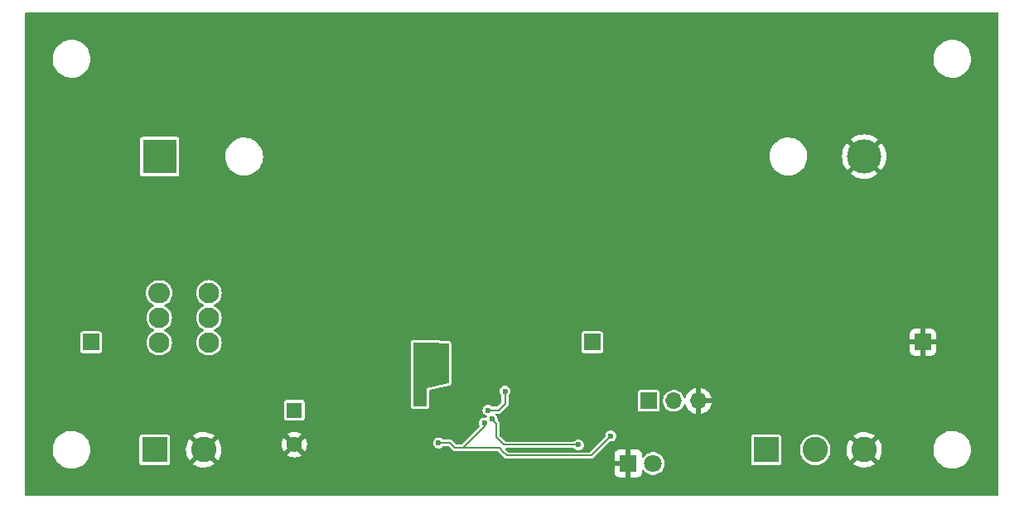
<source format=gbl>
G04 #@! TF.GenerationSoftware,KiCad,Pcbnew,(6.0.0)*
G04 #@! TF.CreationDate,2022-01-21T19:36:15+00:00*
G04 #@! TF.ProjectId,MaxPower,4d617850-6f77-4657-922e-6b696361645f,rev?*
G04 #@! TF.SameCoordinates,Original*
G04 #@! TF.FileFunction,Copper,L2,Bot*
G04 #@! TF.FilePolarity,Positive*
%FSLAX46Y46*%
G04 Gerber Fmt 4.6, Leading zero omitted, Abs format (unit mm)*
G04 Created by KiCad (PCBNEW (6.0.0)) date 2022-01-21 19:36:15*
%MOMM*%
%LPD*%
G01*
G04 APERTURE LIST*
G04 #@! TA.AperFunction,ComponentPad*
%ADD10R,2.600000X2.600000*%
G04 #@! TD*
G04 #@! TA.AperFunction,ComponentPad*
%ADD11C,2.600000*%
G04 #@! TD*
G04 #@! TA.AperFunction,ComponentPad*
%ADD12O,2.200000X2.100000*%
G04 #@! TD*
G04 #@! TA.AperFunction,ComponentPad*
%ADD13C,2.100000*%
G04 #@! TD*
G04 #@! TA.AperFunction,ComponentPad*
%ADD14R,1.700000X1.700000*%
G04 #@! TD*
G04 #@! TA.AperFunction,ComponentPad*
%ADD15R,1.600000X1.600000*%
G04 #@! TD*
G04 #@! TA.AperFunction,ComponentPad*
%ADD16C,1.600000*%
G04 #@! TD*
G04 #@! TA.AperFunction,ComponentPad*
%ADD17R,3.500000X3.500000*%
G04 #@! TD*
G04 #@! TA.AperFunction,ComponentPad*
%ADD18C,3.500000*%
G04 #@! TD*
G04 #@! TA.AperFunction,ComponentPad*
%ADD19O,1.700000X1.700000*%
G04 #@! TD*
G04 #@! TA.AperFunction,ComponentPad*
%ADD20R,1.800000X1.800000*%
G04 #@! TD*
G04 #@! TA.AperFunction,ComponentPad*
%ADD21C,1.800000*%
G04 #@! TD*
G04 #@! TA.AperFunction,ViaPad*
%ADD22C,0.800000*%
G04 #@! TD*
G04 #@! TA.AperFunction,ViaPad*
%ADD23C,0.600000*%
G04 #@! TD*
G04 #@! TA.AperFunction,ViaPad*
%ADD24C,1.000000*%
G04 #@! TD*
G04 #@! TA.AperFunction,Conductor*
%ADD25C,0.152400*%
G04 #@! TD*
G04 #@! TA.AperFunction,Conductor*
%ADD26C,0.200000*%
G04 #@! TD*
G04 #@! TA.AperFunction,Conductor*
%ADD27C,0.150000*%
G04 #@! TD*
G04 APERTURE END LIST*
D10*
X113500000Y-145000000D03*
D11*
X118500000Y-145000000D03*
D12*
X113960000Y-128960000D03*
D13*
X113960000Y-131500000D03*
X113960000Y-134040000D03*
X119040000Y-134040000D03*
X119040000Y-131500000D03*
X119040000Y-128960000D03*
D14*
X158200000Y-134000000D03*
D15*
X127762000Y-140970000D03*
D16*
X127762000Y-144470000D03*
D17*
X114000000Y-115000000D03*
D18*
X186000000Y-115000000D03*
D14*
X164000000Y-140000000D03*
D19*
X166540000Y-140000000D03*
X169080000Y-140000000D03*
D20*
X161900000Y-146400000D03*
D21*
X164440000Y-146400000D03*
D14*
X107000000Y-134000000D03*
D10*
X176000000Y-145000000D03*
D11*
X181000000Y-145000000D03*
X186000000Y-145000000D03*
D14*
X192000000Y-134000000D03*
D22*
X179500000Y-134900000D03*
D23*
X144600000Y-145800000D03*
X137350000Y-145050000D03*
D22*
X134800000Y-134800000D03*
D23*
X139000000Y-136400000D03*
D22*
X139200000Y-144900000D03*
D23*
X144600000Y-143000000D03*
X144000000Y-141000000D03*
D24*
X162200000Y-128600000D03*
D23*
X144000000Y-142000000D03*
D24*
X167500000Y-126600000D03*
D22*
X156500000Y-141700000D03*
X178000000Y-134900000D03*
X151700000Y-141700000D03*
D24*
X165000000Y-127400000D03*
D23*
X144400000Y-139200000D03*
D22*
X140200000Y-144900000D03*
D23*
X143500000Y-143000000D03*
X149800000Y-143200000D03*
D22*
X135800000Y-134800000D03*
D23*
X145800000Y-147300000D03*
D22*
X153700000Y-141700000D03*
D23*
X149000000Y-143200000D03*
D22*
X152700000Y-141700000D03*
D23*
X144600000Y-143800000D03*
D22*
X158700000Y-141700000D03*
X157600000Y-141700000D03*
D23*
X142800000Y-146000000D03*
D22*
X136800000Y-134800000D03*
X176500000Y-134900000D03*
D24*
X163800000Y-128600000D03*
D23*
X138000000Y-136400000D03*
X143400000Y-139200000D03*
X142900000Y-135500000D03*
X142900000Y-137500000D03*
X142900000Y-136500000D03*
X140450000Y-140100000D03*
X141800000Y-135700000D03*
X147200000Y-142250000D03*
X160100000Y-143600000D03*
X142500000Y-144300000D03*
X149300000Y-139000000D03*
X147550000Y-140950000D03*
X156800000Y-144500000D03*
X147975966Y-141875966D03*
D25*
X143700000Y-144300000D02*
X144200000Y-144800000D01*
X147200000Y-142600000D02*
X147200000Y-142250000D01*
X143200000Y-144300000D02*
X143700000Y-144300000D01*
X144200000Y-144800000D02*
X145000000Y-144800000D01*
X149000000Y-145100000D02*
X149500000Y-145600000D01*
X155600000Y-145600000D02*
X158000000Y-145600000D01*
X145000000Y-144800000D02*
X147200000Y-142600000D01*
X145000000Y-144800000D02*
X148600000Y-144800000D01*
X158100000Y-145600000D02*
X160100000Y-143600000D01*
X158000000Y-145600000D02*
X158100000Y-145600000D01*
X148600000Y-144800000D02*
X148700000Y-144800000D01*
X148700000Y-144800000D02*
X148900000Y-145000000D01*
X148900000Y-145000000D02*
X149000000Y-145100000D01*
X142500000Y-144300000D02*
X143200000Y-144300000D01*
X149500000Y-145600000D02*
X155600000Y-145600000D01*
D26*
X148650000Y-140950000D02*
X147550000Y-140950000D01*
X149300000Y-139000000D02*
X149300000Y-140300000D01*
X149300000Y-140300000D02*
X148650000Y-140950000D01*
D27*
X148600000Y-143900000D02*
X148800000Y-144100000D01*
X148800000Y-144100000D02*
X149200000Y-144500000D01*
X148100000Y-142000000D02*
X148400000Y-142300000D01*
X148400000Y-143700000D02*
X148600000Y-143900000D01*
X147975966Y-141875966D02*
X148100000Y-142000000D01*
X149200000Y-144500000D02*
X156800000Y-144500000D01*
X148400000Y-142300000D02*
X148400000Y-143700000D01*
G04 #@! TA.AperFunction,Conductor*
G36*
X141753404Y-134050092D02*
G01*
X143477404Y-134096687D01*
X143544960Y-134118522D01*
X143589986Y-134173414D01*
X143600000Y-134222641D01*
X143600000Y-138098449D01*
X143579998Y-138166570D01*
X143526342Y-138213063D01*
X143500769Y-138221572D01*
X141300000Y-138700000D01*
X141300000Y-140474000D01*
X141279998Y-140542121D01*
X141226342Y-140588614D01*
X141174000Y-140600000D01*
X140026000Y-140600000D01*
X139957879Y-140579998D01*
X139911386Y-140526342D01*
X139900000Y-140474000D01*
X139900000Y-134129451D01*
X139920002Y-134061330D01*
X139973658Y-134014837D01*
X140029402Y-134003497D01*
X141753404Y-134050092D01*
G37*
G04 #@! TD.AperFunction*
G04 #@! TA.AperFunction,Conductor*
G36*
X199705191Y-100272907D02*
G01*
X199741155Y-100322407D01*
X199746000Y-100353000D01*
X199746000Y-149647000D01*
X199727093Y-149705191D01*
X199677593Y-149741155D01*
X199647000Y-149746000D01*
X100353000Y-149746000D01*
X100294809Y-149727093D01*
X100258845Y-149677593D01*
X100254000Y-149647000D01*
X100254000Y-147345411D01*
X160492001Y-147345411D01*
X160492290Y-147350751D01*
X160498078Y-147404035D01*
X160500927Y-147416020D01*
X160547351Y-147539855D01*
X160554059Y-147552108D01*
X160632863Y-147657256D01*
X160642744Y-147667137D01*
X160747892Y-147745941D01*
X160760145Y-147752649D01*
X160883978Y-147799072D01*
X160895967Y-147801923D01*
X160949252Y-147807711D01*
X160954586Y-147808000D01*
X161630320Y-147808000D01*
X161643005Y-147803878D01*
X161646000Y-147799757D01*
X161646000Y-147792319D01*
X162154000Y-147792319D01*
X162158122Y-147805004D01*
X162162243Y-147807999D01*
X162845411Y-147807999D01*
X162850751Y-147807710D01*
X162904035Y-147801922D01*
X162916020Y-147799073D01*
X163039855Y-147752649D01*
X163052108Y-147745941D01*
X163157256Y-147667137D01*
X163167137Y-147657256D01*
X163245941Y-147552108D01*
X163252649Y-147539855D01*
X163299072Y-147416022D01*
X163301923Y-147404033D01*
X163307711Y-147350748D01*
X163308000Y-147345414D01*
X163308000Y-147110379D01*
X163326907Y-147052188D01*
X163376407Y-147016224D01*
X163437593Y-147016224D01*
X163487848Y-147053242D01*
X163558350Y-147153000D01*
X163710337Y-147301059D01*
X163714112Y-147303581D01*
X163714114Y-147303583D01*
X163776719Y-147345414D01*
X163886760Y-147418941D01*
X163890927Y-147420731D01*
X163890932Y-147420734D01*
X163980481Y-147459207D01*
X164081711Y-147502699D01*
X164288662Y-147549527D01*
X164394671Y-147553692D01*
X164496148Y-147557679D01*
X164496149Y-147557679D01*
X164500681Y-147557857D01*
X164710667Y-147527410D01*
X164714966Y-147525951D01*
X164714969Y-147525950D01*
X164907288Y-147460667D01*
X164911589Y-147459207D01*
X165096717Y-147355530D01*
X165159177Y-147303583D01*
X165256352Y-147222763D01*
X165259852Y-147219852D01*
X165395530Y-147056717D01*
X165499207Y-146871589D01*
X165535331Y-146765169D01*
X165565950Y-146674969D01*
X165565951Y-146674966D01*
X165567410Y-146670667D01*
X165584391Y-146553552D01*
X165597437Y-146463581D01*
X165597438Y-146463573D01*
X165597857Y-146460681D01*
X165597935Y-146457728D01*
X165599370Y-146402914D01*
X165599370Y-146402909D01*
X165599446Y-146400000D01*
X165592999Y-146329831D01*
X165580446Y-146193226D01*
X165580031Y-146188708D01*
X165522436Y-145984492D01*
X165428590Y-145794191D01*
X165301636Y-145624179D01*
X165145826Y-145480150D01*
X165105315Y-145454589D01*
X164970214Y-145369347D01*
X164966377Y-145366926D01*
X164769300Y-145288300D01*
X164561195Y-145246906D01*
X164455113Y-145245517D01*
X164353570Y-145244187D01*
X164353565Y-145244187D01*
X164349031Y-145244128D01*
X164344556Y-145244897D01*
X164344555Y-145244897D01*
X164289816Y-145254303D01*
X164139913Y-145280061D01*
X163940846Y-145353501D01*
X163936947Y-145355820D01*
X163936942Y-145355823D01*
X163762401Y-145459664D01*
X163758495Y-145461988D01*
X163755080Y-145464982D01*
X163755077Y-145464985D01*
X163734274Y-145483229D01*
X163598968Y-145601890D01*
X163494837Y-145733980D01*
X163484745Y-145746781D01*
X163433872Y-145780774D01*
X163372733Y-145778372D01*
X163324683Y-145740492D01*
X163307999Y-145685491D01*
X163307999Y-145454589D01*
X163307710Y-145449249D01*
X163301922Y-145395965D01*
X163299073Y-145383980D01*
X163252649Y-145260145D01*
X163245941Y-145247892D01*
X163167137Y-145142744D01*
X163157256Y-145132863D01*
X163052108Y-145054059D01*
X163039855Y-145047351D01*
X162916022Y-145000928D01*
X162904033Y-144998077D01*
X162850748Y-144992289D01*
X162845414Y-144992000D01*
X162169680Y-144992000D01*
X162156995Y-144996122D01*
X162154000Y-145000243D01*
X162154000Y-147792319D01*
X161646000Y-147792319D01*
X161646000Y-146669680D01*
X161641878Y-146656995D01*
X161637757Y-146654000D01*
X160507681Y-146654000D01*
X160494996Y-146658122D01*
X160492001Y-146662243D01*
X160492001Y-147345411D01*
X100254000Y-147345411D01*
X100254000Y-144969600D01*
X103064808Y-144969600D01*
X103071291Y-145087414D01*
X103078439Y-145217293D01*
X103079830Y-145242574D01*
X103133166Y-145510708D01*
X103223749Y-145768652D01*
X103254123Y-145827125D01*
X103348160Y-146008154D01*
X103348164Y-146008160D01*
X103349774Y-146011260D01*
X103351809Y-146014107D01*
X103351811Y-146014111D01*
X103446061Y-146146000D01*
X103508725Y-146233690D01*
X103511141Y-146236223D01*
X103511143Y-146236225D01*
X103535260Y-146261506D01*
X103697431Y-146431505D01*
X103912126Y-146600757D01*
X103915148Y-146602512D01*
X103915149Y-146602513D01*
X103945634Y-146620220D01*
X104148528Y-146738070D01*
X104401919Y-146840704D01*
X104405310Y-146841546D01*
X104405312Y-146841547D01*
X104469016Y-146857371D01*
X104667243Y-146906611D01*
X104900401Y-146930500D01*
X105069642Y-146930500D01*
X105272705Y-146916122D01*
X105539968Y-146858582D01*
X105543245Y-146857373D01*
X105543252Y-146857371D01*
X105793176Y-146765169D01*
X105793179Y-146765168D01*
X105796458Y-146763958D01*
X105981885Y-146663907D01*
X106033978Y-146635799D01*
X106033980Y-146635798D01*
X106037056Y-146634138D01*
X106039866Y-146632063D01*
X106039870Y-146632060D01*
X106254149Y-146473791D01*
X106254151Y-146473789D01*
X106256962Y-146471713D01*
X106451788Y-146279923D01*
X106617647Y-146062596D01*
X106646397Y-146011260D01*
X106749517Y-145827125D01*
X106749518Y-145827124D01*
X106751230Y-145824066D01*
X106849871Y-145569095D01*
X106853183Y-145554809D01*
X106910812Y-145306180D01*
X106911603Y-145302768D01*
X106931155Y-145077016D01*
X106934890Y-145033888D01*
X106934890Y-145033887D01*
X106935192Y-145030400D01*
X106926268Y-144868232D01*
X106920363Y-144760925D01*
X106920362Y-144760919D01*
X106920170Y-144757426D01*
X106866834Y-144489292D01*
X106776251Y-144231348D01*
X106724523Y-144131768D01*
X106651840Y-143991846D01*
X106651834Y-143991836D01*
X106650226Y-143988740D01*
X106634141Y-143966231D01*
X106493312Y-143769160D01*
X106493309Y-143769157D01*
X106491275Y-143766310D01*
X106476433Y-143750751D01*
X106404106Y-143674933D01*
X111945500Y-143674933D01*
X111945501Y-146325066D01*
X111960266Y-146399301D01*
X112016516Y-146483484D01*
X112100699Y-146539734D01*
X112110262Y-146541636D01*
X112110264Y-146541637D01*
X112141181Y-146547786D01*
X112174933Y-146554500D01*
X113499727Y-146554500D01*
X114825066Y-146554499D01*
X114829832Y-146553551D01*
X114829833Y-146553551D01*
X114889738Y-146541636D01*
X114899301Y-146539734D01*
X114983484Y-146483484D01*
X115008315Y-146446322D01*
X117418717Y-146446322D01*
X117418907Y-146447521D01*
X117423045Y-146452388D01*
X117536260Y-146535401D01*
X117542465Y-146539279D01*
X117773785Y-146660982D01*
X117780513Y-146663907D01*
X118027279Y-146750081D01*
X118034346Y-146751975D01*
X118291146Y-146800730D01*
X118298426Y-146801559D01*
X118559606Y-146811822D01*
X118566925Y-146811566D01*
X118826764Y-146783109D01*
X118833948Y-146781777D01*
X119086730Y-146715225D01*
X119093656Y-146712840D01*
X119333805Y-146609664D01*
X119340306Y-146606281D01*
X119562574Y-146468736D01*
X119568498Y-146464432D01*
X119576418Y-146457728D01*
X119583437Y-146446385D01*
X119583210Y-146443323D01*
X119581417Y-146440627D01*
X119271110Y-146130320D01*
X160492000Y-146130320D01*
X160496122Y-146143005D01*
X160500243Y-146146000D01*
X161630320Y-146146000D01*
X161643005Y-146141878D01*
X161646000Y-146137757D01*
X161646000Y-145007681D01*
X161641878Y-144994996D01*
X161637757Y-144992001D01*
X160954589Y-144992001D01*
X160949249Y-144992290D01*
X160895965Y-144998078D01*
X160883980Y-145000927D01*
X160760145Y-145047351D01*
X160747892Y-145054059D01*
X160642744Y-145132863D01*
X160632863Y-145142744D01*
X160554059Y-145247892D01*
X160547351Y-145260145D01*
X160500928Y-145383978D01*
X160498077Y-145395967D01*
X160492289Y-145449252D01*
X160492000Y-145454586D01*
X160492000Y-146130320D01*
X119271110Y-146130320D01*
X118511086Y-145370296D01*
X118499203Y-145364242D01*
X118494172Y-145365038D01*
X117424771Y-146434439D01*
X117418717Y-146446322D01*
X115008315Y-146446322D01*
X115039734Y-146399301D01*
X115042118Y-146387319D01*
X115053552Y-146329831D01*
X115054500Y-146325067D01*
X115054499Y-144956207D01*
X116687727Y-144956207D01*
X116700268Y-145217293D01*
X116701160Y-145224555D01*
X116752155Y-145480923D01*
X116754112Y-145487979D01*
X116842435Y-145733980D01*
X116845418Y-145740681D01*
X116969133Y-145970926D01*
X116973069Y-145977104D01*
X117045178Y-146073669D01*
X117056068Y-146081365D01*
X117057519Y-146081346D01*
X117062610Y-146078180D01*
X118129704Y-145011086D01*
X118134946Y-145000797D01*
X118864242Y-145000797D01*
X118865038Y-145005828D01*
X119937820Y-146078610D01*
X119949482Y-146084552D01*
X119956016Y-146078643D01*
X120091371Y-145868210D01*
X120094865Y-145861775D01*
X120202225Y-145623443D01*
X120204722Y-145616581D01*
X120221273Y-145557896D01*
X127039143Y-145557896D01*
X127039241Y-145558518D01*
X127044068Y-145564071D01*
X127101957Y-145604606D01*
X127109427Y-145608918D01*
X127309009Y-145701985D01*
X127317102Y-145704931D01*
X127529824Y-145761930D01*
X127538312Y-145763426D01*
X127757691Y-145782619D01*
X127766309Y-145782619D01*
X127985688Y-145763426D01*
X127994176Y-145761930D01*
X128206898Y-145704931D01*
X128214991Y-145701985D01*
X128414573Y-145608918D01*
X128422043Y-145604606D01*
X128477045Y-145566093D01*
X128485071Y-145555441D01*
X128485083Y-145554809D01*
X128481295Y-145548505D01*
X127773086Y-144840296D01*
X127761203Y-144834242D01*
X127756172Y-144835038D01*
X127045197Y-145546013D01*
X127039143Y-145557896D01*
X120221273Y-145557896D01*
X120275675Y-145365004D01*
X120277136Y-145357820D01*
X120310271Y-145097356D01*
X120310650Y-145092407D01*
X120313005Y-145002492D01*
X120312885Y-144997517D01*
X120293427Y-144735665D01*
X120292346Y-144728436D01*
X120234842Y-144474309D01*
X126449381Y-144474309D01*
X126468574Y-144693688D01*
X126470070Y-144702176D01*
X126527069Y-144914898D01*
X126530015Y-144922991D01*
X126623082Y-145122573D01*
X126627394Y-145130043D01*
X126665907Y-145185045D01*
X126676559Y-145193071D01*
X126677191Y-145193083D01*
X126683495Y-145189295D01*
X127391704Y-144481086D01*
X127396946Y-144470797D01*
X128126242Y-144470797D01*
X128127038Y-144475828D01*
X128838013Y-145186803D01*
X128849896Y-145192857D01*
X128850518Y-145192759D01*
X128856071Y-145187932D01*
X128896606Y-145130043D01*
X128900918Y-145122573D01*
X128993985Y-144922991D01*
X128996931Y-144914898D01*
X129053930Y-144702176D01*
X129055426Y-144693688D01*
X129074619Y-144474309D01*
X129074619Y-144465691D01*
X129060123Y-144300000D01*
X141940715Y-144300000D01*
X141959772Y-144444754D01*
X142015645Y-144579642D01*
X142104526Y-144695474D01*
X142109671Y-144699422D01*
X142109672Y-144699423D01*
X142215211Y-144780407D01*
X142215215Y-144780409D01*
X142220357Y-144784355D01*
X142355246Y-144840228D01*
X142500000Y-144859285D01*
X142644754Y-144840228D01*
X142779643Y-144784355D01*
X142784785Y-144780409D01*
X142784789Y-144780407D01*
X142890325Y-144699425D01*
X142895474Y-144695474D01*
X142915457Y-144669432D01*
X142965882Y-144634777D01*
X142993999Y-144630700D01*
X143522013Y-144630700D01*
X143580204Y-144649607D01*
X143592016Y-144659697D01*
X143952898Y-145020579D01*
X143958732Y-145026945D01*
X143984151Y-145057239D01*
X143991648Y-145061567D01*
X143991651Y-145061570D01*
X144018404Y-145077016D01*
X144025686Y-145081655D01*
X144050990Y-145099373D01*
X144058084Y-145104340D01*
X144066451Y-145106582D01*
X144071945Y-145109144D01*
X144077645Y-145111219D01*
X144085149Y-145115551D01*
X144093680Y-145117055D01*
X144093682Y-145117056D01*
X144114003Y-145120639D01*
X144124104Y-145122420D01*
X144132519Y-145124285D01*
X144170733Y-145134524D01*
X144210133Y-145131077D01*
X144218762Y-145130700D01*
X144981238Y-145130700D01*
X144989867Y-145131077D01*
X145029267Y-145134524D01*
X145037635Y-145132282D01*
X145046262Y-145131527D01*
X145046308Y-145132051D01*
X145056570Y-145130700D01*
X148522013Y-145130700D01*
X148580204Y-145149607D01*
X148592015Y-145159696D01*
X149252903Y-145820584D01*
X149258732Y-145826946D01*
X149284151Y-145857239D01*
X149291648Y-145861567D01*
X149291651Y-145861570D01*
X149318404Y-145877016D01*
X149325686Y-145881655D01*
X149350989Y-145899372D01*
X149358084Y-145904340D01*
X149366451Y-145906582D01*
X149371945Y-145909144D01*
X149377645Y-145911219D01*
X149385149Y-145915551D01*
X149393680Y-145917055D01*
X149393682Y-145917056D01*
X149407533Y-145919498D01*
X149424104Y-145922420D01*
X149432519Y-145924285D01*
X149470733Y-145934524D01*
X149510133Y-145931077D01*
X149518762Y-145930700D01*
X158081238Y-145930700D01*
X158089867Y-145931077D01*
X158129267Y-145934524D01*
X158167481Y-145924285D01*
X158175896Y-145922420D01*
X158192467Y-145919498D01*
X158206318Y-145917056D01*
X158206320Y-145917055D01*
X158214851Y-145915551D01*
X158222355Y-145911219D01*
X158228055Y-145909144D01*
X158233548Y-145906582D01*
X158241916Y-145904340D01*
X158274314Y-145881655D01*
X158281595Y-145877016D01*
X158308347Y-145861571D01*
X158308349Y-145861569D01*
X158315849Y-145857239D01*
X158341268Y-145826946D01*
X158347102Y-145820578D01*
X159984530Y-144183150D01*
X160039047Y-144155373D01*
X160067455Y-144155001D01*
X160093565Y-144158438D01*
X160093566Y-144158438D01*
X160100000Y-144159285D01*
X160244754Y-144140228D01*
X160379643Y-144084355D01*
X160384785Y-144080409D01*
X160384789Y-144080407D01*
X160490328Y-143999423D01*
X160490329Y-143999422D01*
X160495474Y-143995474D01*
X160584355Y-143879642D01*
X160630119Y-143769160D01*
X160637744Y-143750751D01*
X160640228Y-143744754D01*
X160649420Y-143674933D01*
X174445500Y-143674933D01*
X174445501Y-146325066D01*
X174460266Y-146399301D01*
X174516516Y-146483484D01*
X174600699Y-146539734D01*
X174610262Y-146541636D01*
X174610264Y-146541637D01*
X174641181Y-146547786D01*
X174674933Y-146554500D01*
X175999727Y-146554500D01*
X177325066Y-146554499D01*
X177329832Y-146553551D01*
X177329833Y-146553551D01*
X177389738Y-146541636D01*
X177399301Y-146539734D01*
X177483484Y-146483484D01*
X177539734Y-146399301D01*
X177542118Y-146387319D01*
X177553552Y-146329831D01*
X177554500Y-146325067D01*
X177554499Y-145000000D01*
X179440693Y-145000000D01*
X179440998Y-145003875D01*
X179457795Y-145217293D01*
X179459891Y-145243929D01*
X179517011Y-145481852D01*
X179610647Y-145707911D01*
X179612679Y-145711226D01*
X179612681Y-145711231D01*
X179666015Y-145798263D01*
X179738494Y-145916538D01*
X179897403Y-146102597D01*
X180083462Y-146261506D01*
X180187182Y-146325066D01*
X180288769Y-146387319D01*
X180288774Y-146387321D01*
X180292089Y-146389353D01*
X180295680Y-146390840D01*
X180295685Y-146390843D01*
X180399100Y-146433678D01*
X180518148Y-146482989D01*
X180521923Y-146483895D01*
X180521922Y-146483895D01*
X180736461Y-146535401D01*
X180756071Y-146540109D01*
X180759936Y-146540413D01*
X180759941Y-146540414D01*
X180996125Y-146559002D01*
X181000000Y-146559307D01*
X181003875Y-146559002D01*
X181240059Y-146540414D01*
X181240064Y-146540413D01*
X181243929Y-146540109D01*
X181263540Y-146535401D01*
X181478078Y-146483895D01*
X181478077Y-146483895D01*
X181481852Y-146482989D01*
X181570375Y-146446322D01*
X184918717Y-146446322D01*
X184918907Y-146447521D01*
X184923045Y-146452388D01*
X185036260Y-146535401D01*
X185042465Y-146539279D01*
X185273785Y-146660982D01*
X185280513Y-146663907D01*
X185527279Y-146750081D01*
X185534346Y-146751975D01*
X185791146Y-146800730D01*
X185798426Y-146801559D01*
X186059606Y-146811822D01*
X186066925Y-146811566D01*
X186326764Y-146783109D01*
X186333948Y-146781777D01*
X186586730Y-146715225D01*
X186593656Y-146712840D01*
X186833805Y-146609664D01*
X186840306Y-146606281D01*
X187062574Y-146468736D01*
X187068498Y-146464432D01*
X187076418Y-146457728D01*
X187083437Y-146446385D01*
X187083210Y-146443323D01*
X187081417Y-146440627D01*
X186011086Y-145370296D01*
X185999203Y-145364242D01*
X185994172Y-145365038D01*
X184924771Y-146434439D01*
X184918717Y-146446322D01*
X181570375Y-146446322D01*
X181600900Y-146433678D01*
X181704315Y-146390843D01*
X181704320Y-146390840D01*
X181707911Y-146389353D01*
X181711226Y-146387321D01*
X181711231Y-146387319D01*
X181812818Y-146325066D01*
X181916538Y-146261506D01*
X182102597Y-146102597D01*
X182261506Y-145916538D01*
X182333985Y-145798263D01*
X182387319Y-145711231D01*
X182387321Y-145711226D01*
X182389353Y-145707911D01*
X182482989Y-145481852D01*
X182540109Y-145243929D01*
X182542206Y-145217293D01*
X182559002Y-145003875D01*
X182559307Y-145000000D01*
X182555860Y-144956207D01*
X184187727Y-144956207D01*
X184200268Y-145217293D01*
X184201160Y-145224555D01*
X184252155Y-145480923D01*
X184254112Y-145487979D01*
X184342435Y-145733980D01*
X184345418Y-145740681D01*
X184469133Y-145970926D01*
X184473069Y-145977104D01*
X184545178Y-146073669D01*
X184556068Y-146081365D01*
X184557519Y-146081346D01*
X184562610Y-146078180D01*
X185629704Y-145011086D01*
X185634946Y-145000797D01*
X186364242Y-145000797D01*
X186365038Y-145005828D01*
X187437820Y-146078610D01*
X187449482Y-146084552D01*
X187456016Y-146078643D01*
X187591371Y-145868210D01*
X187594865Y-145861775D01*
X187702225Y-145623443D01*
X187704722Y-145616581D01*
X187775675Y-145365004D01*
X187777136Y-145357820D01*
X187810271Y-145097356D01*
X187810650Y-145092407D01*
X187813005Y-145002492D01*
X187812885Y-144997517D01*
X187810811Y-144969600D01*
X193064808Y-144969600D01*
X193071291Y-145087414D01*
X193078439Y-145217293D01*
X193079830Y-145242574D01*
X193133166Y-145510708D01*
X193223749Y-145768652D01*
X193254123Y-145827125D01*
X193348160Y-146008154D01*
X193348164Y-146008160D01*
X193349774Y-146011260D01*
X193351809Y-146014107D01*
X193351811Y-146014111D01*
X193446061Y-146146000D01*
X193508725Y-146233690D01*
X193511141Y-146236223D01*
X193511143Y-146236225D01*
X193535260Y-146261506D01*
X193697431Y-146431505D01*
X193912126Y-146600757D01*
X193915148Y-146602512D01*
X193915149Y-146602513D01*
X193945634Y-146620220D01*
X194148528Y-146738070D01*
X194401919Y-146840704D01*
X194405310Y-146841546D01*
X194405312Y-146841547D01*
X194469016Y-146857371D01*
X194667243Y-146906611D01*
X194900401Y-146930500D01*
X195069642Y-146930500D01*
X195272705Y-146916122D01*
X195539968Y-146858582D01*
X195543245Y-146857373D01*
X195543252Y-146857371D01*
X195793176Y-146765169D01*
X195793179Y-146765168D01*
X195796458Y-146763958D01*
X195981885Y-146663907D01*
X196033978Y-146635799D01*
X196033980Y-146635798D01*
X196037056Y-146634138D01*
X196039866Y-146632063D01*
X196039870Y-146632060D01*
X196254149Y-146473791D01*
X196254151Y-146473789D01*
X196256962Y-146471713D01*
X196451788Y-146279923D01*
X196617647Y-146062596D01*
X196646397Y-146011260D01*
X196749517Y-145827125D01*
X196749518Y-145827124D01*
X196751230Y-145824066D01*
X196849871Y-145569095D01*
X196853183Y-145554809D01*
X196910812Y-145306180D01*
X196911603Y-145302768D01*
X196931155Y-145077016D01*
X196934890Y-145033888D01*
X196934890Y-145033887D01*
X196935192Y-145030400D01*
X196926268Y-144868232D01*
X196920363Y-144760925D01*
X196920362Y-144760919D01*
X196920170Y-144757426D01*
X196866834Y-144489292D01*
X196776251Y-144231348D01*
X196724523Y-144131768D01*
X196651840Y-143991846D01*
X196651834Y-143991836D01*
X196650226Y-143988740D01*
X196634141Y-143966231D01*
X196493312Y-143769160D01*
X196493309Y-143769157D01*
X196491275Y-143766310D01*
X196476433Y-143750751D01*
X196332623Y-143600000D01*
X196302569Y-143568495D01*
X196109469Y-143416267D01*
X196090623Y-143401410D01*
X196090622Y-143401409D01*
X196087874Y-143399243D01*
X195851472Y-143261930D01*
X195598081Y-143159296D01*
X195594690Y-143158454D01*
X195594688Y-143158453D01*
X195438247Y-143119593D01*
X195332757Y-143093389D01*
X195099599Y-143069500D01*
X194930358Y-143069500D01*
X194727295Y-143083878D01*
X194460032Y-143141418D01*
X194456755Y-143142627D01*
X194456748Y-143142629D01*
X194206824Y-143234831D01*
X194206821Y-143234832D01*
X194203542Y-143236042D01*
X193962944Y-143365862D01*
X193960134Y-143367937D01*
X193960130Y-143367940D01*
X193745851Y-143526209D01*
X193743038Y-143528287D01*
X193548212Y-143720077D01*
X193382353Y-143937404D01*
X193380641Y-143940461D01*
X193380639Y-143940464D01*
X193261406Y-144153370D01*
X193248770Y-144175934D01*
X193247505Y-144179204D01*
X193200658Y-144300297D01*
X193150129Y-144430905D01*
X193149338Y-144434318D01*
X193149337Y-144434321D01*
X193137360Y-144485992D01*
X193088397Y-144697232D01*
X193064808Y-144969600D01*
X187810811Y-144969600D01*
X187793427Y-144735665D01*
X187792346Y-144728436D01*
X187734657Y-144473490D01*
X187732517Y-144466489D01*
X187637780Y-144222873D01*
X187634629Y-144216267D01*
X187504928Y-143989337D01*
X187500824Y-143983253D01*
X187455488Y-143925744D01*
X187444397Y-143918334D01*
X187442254Y-143918418D01*
X187438192Y-143921018D01*
X186370296Y-144988914D01*
X186364242Y-145000797D01*
X185634946Y-145000797D01*
X185635758Y-144999203D01*
X185634962Y-144994172D01*
X184564090Y-143923300D01*
X184552207Y-143917246D01*
X184549405Y-143917689D01*
X184546559Y-143919963D01*
X184526300Y-143944322D01*
X184522047Y-143950284D01*
X184386451Y-144173739D01*
X184383121Y-144180275D01*
X184282045Y-144421314D01*
X184279718Y-144428267D01*
X184215379Y-144681603D01*
X184214107Y-144688819D01*
X184187919Y-144948887D01*
X184187727Y-144956207D01*
X182555860Y-144956207D01*
X182552609Y-144914898D01*
X182540414Y-144759941D01*
X182540413Y-144759936D01*
X182540109Y-144756071D01*
X182482989Y-144518148D01*
X182418179Y-144361682D01*
X182390843Y-144295685D01*
X182390840Y-144295680D01*
X182389353Y-144292089D01*
X182387321Y-144288774D01*
X182387319Y-144288769D01*
X182304352Y-144153381D01*
X182261506Y-144083462D01*
X182255452Y-144076373D01*
X182144296Y-143946226D01*
X182102597Y-143897403D01*
X181930835Y-143750705D01*
X181919498Y-143741022D01*
X181919497Y-143741022D01*
X181916538Y-143738494D01*
X181805039Y-143670167D01*
X181711231Y-143612681D01*
X181711226Y-143612679D01*
X181707911Y-143610647D01*
X181704320Y-143609160D01*
X181704315Y-143609157D01*
X181570186Y-143553600D01*
X184915923Y-143553600D01*
X184920228Y-143561018D01*
X185988914Y-144629704D01*
X186000797Y-144635758D01*
X186005828Y-144634962D01*
X187076075Y-143564715D01*
X187082129Y-143552832D01*
X187082049Y-143552325D01*
X187077084Y-143546638D01*
X186923224Y-143439902D01*
X186916901Y-143436178D01*
X186682492Y-143320581D01*
X186675683Y-143317829D01*
X186426749Y-143238144D01*
X186419632Y-143236435D01*
X186161638Y-143194418D01*
X186154354Y-143193781D01*
X185892979Y-143190360D01*
X185885683Y-143190806D01*
X185626674Y-143226056D01*
X185619522Y-143227576D01*
X185368577Y-143300720D01*
X185361711Y-143303287D01*
X185124341Y-143412716D01*
X185117935Y-143416267D01*
X184924204Y-143543282D01*
X184915923Y-143553600D01*
X181570186Y-143553600D01*
X181532519Y-143537998D01*
X181481852Y-143517011D01*
X181243929Y-143459891D01*
X181240064Y-143459587D01*
X181240059Y-143459586D01*
X181003875Y-143440998D01*
X181000000Y-143440693D01*
X180996125Y-143440998D01*
X180759941Y-143459586D01*
X180759936Y-143459587D01*
X180756071Y-143459891D01*
X180518148Y-143517011D01*
X180467481Y-143537998D01*
X180295685Y-143609157D01*
X180295680Y-143609160D01*
X180292089Y-143610647D01*
X180288774Y-143612679D01*
X180288769Y-143612681D01*
X180194961Y-143670167D01*
X180083462Y-143738494D01*
X180080503Y-143741022D01*
X180080502Y-143741022D01*
X180069165Y-143750705D01*
X179897403Y-143897403D01*
X179855704Y-143946226D01*
X179744549Y-144076373D01*
X179738494Y-144083462D01*
X179695648Y-144153381D01*
X179612681Y-144288769D01*
X179612679Y-144288774D01*
X179610647Y-144292089D01*
X179609160Y-144295680D01*
X179609157Y-144295685D01*
X179581821Y-144361682D01*
X179517011Y-144518148D01*
X179459891Y-144756071D01*
X179459587Y-144759936D01*
X179459586Y-144759941D01*
X179447391Y-144914898D01*
X179440693Y-145000000D01*
X177554499Y-145000000D01*
X177554499Y-143674934D01*
X177539734Y-143600699D01*
X177483484Y-143516516D01*
X177399301Y-143460266D01*
X177389738Y-143458364D01*
X177389736Y-143458363D01*
X177358819Y-143452214D01*
X177325067Y-143445500D01*
X176000273Y-143445500D01*
X174674934Y-143445501D01*
X174670168Y-143446449D01*
X174670167Y-143446449D01*
X174625938Y-143455246D01*
X174600699Y-143460266D01*
X174516516Y-143516516D01*
X174460266Y-143600699D01*
X174458364Y-143610262D01*
X174458363Y-143610264D01*
X174453931Y-143632545D01*
X174445500Y-143674933D01*
X160649420Y-143674933D01*
X160657934Y-143610262D01*
X160658438Y-143606434D01*
X160659285Y-143600000D01*
X160658310Y-143592590D01*
X160653075Y-143552832D01*
X160640228Y-143455246D01*
X160636192Y-143445501D01*
X160604064Y-143367940D01*
X160584355Y-143320358D01*
X160495474Y-143204526D01*
X160490321Y-143200572D01*
X160384789Y-143119593D01*
X160384785Y-143119591D01*
X160379643Y-143115645D01*
X160244754Y-143059772D01*
X160100000Y-143040715D01*
X159955246Y-143059772D01*
X159820358Y-143115645D01*
X159704526Y-143204526D01*
X159615645Y-143320358D01*
X159595936Y-143367940D01*
X159563809Y-143445501D01*
X159559772Y-143455246D01*
X159546925Y-143552832D01*
X159541691Y-143592590D01*
X159540715Y-143600000D01*
X159541562Y-143606434D01*
X159541562Y-143606435D01*
X159544999Y-143632545D01*
X159533848Y-143692706D01*
X159516850Y-143715470D01*
X157992016Y-145240304D01*
X157937499Y-145268081D01*
X157922012Y-145269300D01*
X149677988Y-145269300D01*
X149619797Y-145250393D01*
X149607985Y-145240304D01*
X149366184Y-144998503D01*
X149338406Y-144943987D01*
X149347977Y-144883555D01*
X149391242Y-144840290D01*
X149436187Y-144829500D01*
X156305080Y-144829500D01*
X156363271Y-144848407D01*
X156383621Y-144868232D01*
X156400570Y-144890320D01*
X156400575Y-144890325D01*
X156404526Y-144895474D01*
X156409675Y-144899425D01*
X156515211Y-144980407D01*
X156515215Y-144980409D01*
X156520357Y-144984355D01*
X156655246Y-145040228D01*
X156800000Y-145059285D01*
X156944754Y-145040228D01*
X157079643Y-144984355D01*
X157084785Y-144980409D01*
X157084789Y-144980407D01*
X157190328Y-144899423D01*
X157190329Y-144899422D01*
X157195474Y-144895474D01*
X157284355Y-144779642D01*
X157340228Y-144644754D01*
X157359285Y-144500000D01*
X157340228Y-144355246D01*
X157333792Y-144339707D01*
X157312692Y-144288769D01*
X157284355Y-144220358D01*
X157195474Y-144104526D01*
X157190328Y-144100577D01*
X157084789Y-144019593D01*
X157084785Y-144019591D01*
X157079643Y-144015645D01*
X156944754Y-143959772D01*
X156800000Y-143940715D01*
X156655246Y-143959772D01*
X156520358Y-144015645D01*
X156404526Y-144104526D01*
X156400578Y-144109671D01*
X156400573Y-144109676D01*
X156383621Y-144131768D01*
X156333196Y-144166423D01*
X156305080Y-144170500D01*
X149377491Y-144170500D01*
X149319300Y-144151593D01*
X149307487Y-144141504D01*
X149053378Y-143887395D01*
X149053376Y-143887392D01*
X148853378Y-143687395D01*
X148853376Y-143687392D01*
X148758497Y-143592514D01*
X148730719Y-143537998D01*
X148729500Y-143522510D01*
X148729500Y-142318706D01*
X148729877Y-142310077D01*
X148732555Y-142279467D01*
X148733310Y-142270840D01*
X148723113Y-142232785D01*
X148721245Y-142224356D01*
X148715909Y-142194097D01*
X148714405Y-142185566D01*
X148710073Y-142178063D01*
X148708016Y-142172411D01*
X148705477Y-142166965D01*
X148703235Y-142158599D01*
X148680638Y-142126327D01*
X148675999Y-142119045D01*
X148660637Y-142092437D01*
X148656305Y-142084934D01*
X148626137Y-142059620D01*
X148619769Y-142053786D01*
X148558918Y-141992935D01*
X148531141Y-141938418D01*
X148530769Y-141910008D01*
X148534404Y-141882398D01*
X148535251Y-141875966D01*
X148516194Y-141731212D01*
X148503664Y-141700961D01*
X148462804Y-141602319D01*
X148460321Y-141596324D01*
X148371440Y-141480492D01*
X148366294Y-141476543D01*
X148363252Y-141473501D01*
X148335476Y-141418984D01*
X148345050Y-141358552D01*
X148388316Y-141315289D01*
X148433258Y-141304500D01*
X148601620Y-141304500D01*
X148622448Y-141306716D01*
X148633070Y-141309003D01*
X148665319Y-141305186D01*
X148671429Y-141304826D01*
X148675373Y-141304500D01*
X148679451Y-141304500D01*
X148683474Y-141303830D01*
X148683478Y-141303830D01*
X148690266Y-141302700D01*
X148697672Y-141301467D01*
X148702270Y-141300812D01*
X148720109Y-141298701D01*
X148742144Y-141296093D01*
X148742145Y-141296093D01*
X148750270Y-141295131D01*
X148757232Y-141291788D01*
X148758793Y-141291294D01*
X148766417Y-141290025D01*
X148773615Y-141286141D01*
X148773621Y-141286139D01*
X148808960Y-141267070D01*
X148813066Y-141264977D01*
X148856658Y-141244045D01*
X148860650Y-141240689D01*
X148862153Y-141239186D01*
X148863384Y-141238057D01*
X148864544Y-141237078D01*
X148870280Y-141233983D01*
X148904712Y-141196735D01*
X148907406Y-141193933D01*
X149516458Y-140584880D01*
X149532760Y-140571715D01*
X149535007Y-140570264D01*
X149541882Y-140565825D01*
X149547799Y-140558320D01*
X149561986Y-140540323D01*
X149566067Y-140535730D01*
X149568612Y-140532726D01*
X149571494Y-140529844D01*
X149574693Y-140525368D01*
X149582222Y-140514833D01*
X149585020Y-140511106D01*
X149609878Y-140479573D01*
X149609880Y-140479569D01*
X149614946Y-140473143D01*
X149617505Y-140465854D01*
X149618259Y-140464403D01*
X149622753Y-140458115D01*
X149636603Y-140411802D01*
X149638046Y-140407363D01*
X149643595Y-140391562D01*
X149654050Y-140361792D01*
X149654500Y-140356596D01*
X149654500Y-140354453D01*
X149654570Y-140352828D01*
X149654700Y-140351291D01*
X149656568Y-140345045D01*
X149654576Y-140294341D01*
X149654500Y-140290455D01*
X149654500Y-139475735D01*
X149673407Y-139417544D01*
X149686170Y-139404443D01*
X149685738Y-139404011D01*
X149690321Y-139399428D01*
X149695474Y-139395474D01*
X149784355Y-139279642D01*
X149840228Y-139144754D01*
X149842837Y-139124933D01*
X162895500Y-139124933D01*
X162895501Y-140875066D01*
X162910266Y-140949301D01*
X162966516Y-141033484D01*
X163050699Y-141089734D01*
X163060262Y-141091636D01*
X163060264Y-141091637D01*
X163091181Y-141097786D01*
X163124933Y-141104500D01*
X163999819Y-141104500D01*
X164875066Y-141104499D01*
X164879832Y-141103551D01*
X164879833Y-141103551D01*
X164939738Y-141091636D01*
X164949301Y-141089734D01*
X165033484Y-141033484D01*
X165089734Y-140949301D01*
X165104500Y-140875067D01*
X165104499Y-139970964D01*
X165431148Y-139970964D01*
X165431445Y-139975492D01*
X165443090Y-140153161D01*
X165444424Y-140173522D01*
X165445540Y-140177915D01*
X165445540Y-140177917D01*
X165481222Y-140318411D01*
X165494392Y-140370269D01*
X165496294Y-140374394D01*
X165496294Y-140374395D01*
X165566426Y-140526522D01*
X165579377Y-140554616D01*
X165696533Y-140720389D01*
X165841938Y-140862035D01*
X166010720Y-140974812D01*
X166197228Y-141054942D01*
X166268499Y-141071069D01*
X166390790Y-141098741D01*
X166390795Y-141098742D01*
X166395216Y-141099742D01*
X166492155Y-141103551D01*
X166593520Y-141107534D01*
X166593521Y-141107534D01*
X166598053Y-141107712D01*
X166708927Y-141091636D01*
X166794451Y-141079236D01*
X166794455Y-141079235D01*
X166798945Y-141078584D01*
X166903336Y-141043148D01*
X166986868Y-141014793D01*
X166986871Y-141014791D01*
X166991165Y-141013334D01*
X167168276Y-140914147D01*
X167299214Y-140805246D01*
X167320851Y-140787251D01*
X167324345Y-140784345D01*
X167327481Y-140780575D01*
X167390237Y-140705119D01*
X167454147Y-140628276D01*
X167523035Y-140505268D01*
X167551117Y-140455124D01*
X167551118Y-140455123D01*
X167553334Y-140451165D01*
X167580795Y-140370269D01*
X167582274Y-140365912D01*
X167618883Y-140316887D01*
X167677316Y-140298743D01*
X167735255Y-140318411D01*
X167770567Y-140368378D01*
X167772598Y-140375971D01*
X167778807Y-140403522D01*
X167781231Y-140411258D01*
X167862183Y-140610620D01*
X167865840Y-140617860D01*
X167978266Y-140801322D01*
X167983056Y-140807867D01*
X168123935Y-140970502D01*
X168129729Y-140976176D01*
X168295292Y-141113629D01*
X168301921Y-141118270D01*
X168487713Y-141226838D01*
X168495008Y-141230334D01*
X168696038Y-141307099D01*
X168703808Y-141309357D01*
X168810637Y-141331091D01*
X168823846Y-141329586D01*
X168826000Y-141321405D01*
X168826000Y-141320952D01*
X169334000Y-141320952D01*
X169338122Y-141333637D01*
X169339650Y-141334748D01*
X169344884Y-141335238D01*
X169359291Y-141333392D01*
X169367200Y-141331710D01*
X169573304Y-141269876D01*
X169580852Y-141266918D01*
X169774087Y-141172253D01*
X169781046Y-141168104D01*
X169956231Y-141043148D01*
X169962412Y-141037924D01*
X170114831Y-140886035D01*
X170120088Y-140879858D01*
X170245651Y-140705119D01*
X170249823Y-140698176D01*
X170345164Y-140505268D01*
X170348144Y-140497744D01*
X170410701Y-140291843D01*
X170412410Y-140283938D01*
X170414304Y-140269547D01*
X170411873Y-140256431D01*
X170410571Y-140255195D01*
X170405290Y-140254000D01*
X169349680Y-140254000D01*
X169336995Y-140258122D01*
X169334000Y-140262243D01*
X169334000Y-141320952D01*
X168826000Y-141320952D01*
X168826000Y-139730320D01*
X169334000Y-139730320D01*
X169338122Y-139743005D01*
X169342243Y-139746000D01*
X170400779Y-139746000D01*
X170412730Y-139742117D01*
X170413058Y-139732462D01*
X170370946Y-139564809D01*
X170368333Y-139557133D01*
X170282534Y-139359807D01*
X170278701Y-139352660D01*
X170161826Y-139171997D01*
X170156880Y-139165575D01*
X170012065Y-139006426D01*
X170006139Y-139000899D01*
X169837269Y-138867534D01*
X169830525Y-138863054D01*
X169642141Y-138759060D01*
X169634749Y-138755738D01*
X169431920Y-138683912D01*
X169424081Y-138681841D01*
X169349436Y-138668545D01*
X169336226Y-138670378D01*
X169335805Y-138670782D01*
X169334000Y-138677996D01*
X169334000Y-139730320D01*
X168826000Y-139730320D01*
X168826000Y-138680667D01*
X168821878Y-138667982D01*
X168820877Y-138667254D01*
X168814549Y-138666739D01*
X168768220Y-138673829D01*
X168760348Y-138675705D01*
X168555807Y-138742558D01*
X168548350Y-138745693D01*
X168357479Y-138845054D01*
X168350627Y-138849369D01*
X168178544Y-138978573D01*
X168172491Y-138983947D01*
X168023830Y-139139513D01*
X168018727Y-139145814D01*
X167897466Y-139323575D01*
X167893468Y-139330613D01*
X167802871Y-139525790D01*
X167800073Y-139533394D01*
X167773695Y-139628508D01*
X167739925Y-139679530D01*
X167682614Y-139700957D01*
X167623654Y-139684605D01*
X167585565Y-139636721D01*
X167583013Y-139628924D01*
X167576789Y-139606854D01*
X167576788Y-139606850D01*
X167575557Y-139602487D01*
X167485776Y-139420428D01*
X167473840Y-139404443D01*
X167367036Y-139261416D01*
X167367035Y-139261415D01*
X167364320Y-139257779D01*
X167248538Y-139150751D01*
X167218588Y-139123065D01*
X167218587Y-139123064D01*
X167215258Y-139119987D01*
X167192471Y-139105609D01*
X167047418Y-139014088D01*
X167043581Y-139011667D01*
X166855039Y-138936446D01*
X166655946Y-138896844D01*
X166553351Y-138895501D01*
X166457510Y-138894246D01*
X166457505Y-138894246D01*
X166452971Y-138894187D01*
X166448496Y-138894956D01*
X166448495Y-138894956D01*
X166437508Y-138896844D01*
X166252910Y-138928564D01*
X166062463Y-138998824D01*
X166058564Y-139001143D01*
X166058559Y-139001146D01*
X165891916Y-139100288D01*
X165888010Y-139102612D01*
X165884595Y-139105606D01*
X165884592Y-139105609D01*
X165839956Y-139144754D01*
X165735392Y-139236455D01*
X165609720Y-139395869D01*
X165607607Y-139399884D01*
X165607607Y-139399885D01*
X165520836Y-139564809D01*
X165515203Y-139575515D01*
X165513859Y-139579844D01*
X165482906Y-139679530D01*
X165455007Y-139769378D01*
X165454473Y-139773888D01*
X165454473Y-139773889D01*
X165437713Y-139915500D01*
X165431148Y-139970964D01*
X165104499Y-139970964D01*
X165104499Y-139124934D01*
X165089734Y-139050699D01*
X165033484Y-138966516D01*
X164949301Y-138910266D01*
X164939738Y-138908364D01*
X164939736Y-138908363D01*
X164908819Y-138902214D01*
X164875067Y-138895500D01*
X164000181Y-138895500D01*
X163124934Y-138895501D01*
X163120168Y-138896449D01*
X163120167Y-138896449D01*
X163113727Y-138897730D01*
X163050699Y-138910266D01*
X162966516Y-138966516D01*
X162910266Y-139050699D01*
X162895500Y-139124933D01*
X149842837Y-139124933D01*
X149859285Y-139000000D01*
X149840228Y-138855246D01*
X149784355Y-138720358D01*
X149695474Y-138604526D01*
X149690321Y-138600572D01*
X149584789Y-138519593D01*
X149584785Y-138519591D01*
X149579643Y-138515645D01*
X149444754Y-138459772D01*
X149300000Y-138440715D01*
X149155246Y-138459772D01*
X149149249Y-138462256D01*
X149131947Y-138469423D01*
X149020358Y-138515645D01*
X148904526Y-138604526D01*
X148815645Y-138720358D01*
X148759772Y-138855246D01*
X148740715Y-139000000D01*
X148759772Y-139144754D01*
X148815645Y-139279642D01*
X148904526Y-139395474D01*
X148909679Y-139399428D01*
X148914262Y-139404011D01*
X148912596Y-139405677D01*
X148941420Y-139447608D01*
X148945500Y-139475735D01*
X148945500Y-140112154D01*
X148926593Y-140170345D01*
X148916504Y-140182157D01*
X148532159Y-140566503D01*
X148477642Y-140594281D01*
X148462155Y-140595500D01*
X148025736Y-140595500D01*
X147967545Y-140576593D01*
X147954442Y-140563830D01*
X147954011Y-140564261D01*
X147949424Y-140559673D01*
X147945474Y-140554526D01*
X147938209Y-140548951D01*
X147834789Y-140469593D01*
X147834785Y-140469591D01*
X147829643Y-140465645D01*
X147694754Y-140409772D01*
X147550000Y-140390715D01*
X147405246Y-140409772D01*
X147270358Y-140465645D01*
X147154526Y-140554526D01*
X147065645Y-140670358D01*
X147009772Y-140805246D01*
X146990715Y-140950000D01*
X146991562Y-140956434D01*
X146993414Y-140970502D01*
X147009772Y-141094754D01*
X147012256Y-141100751D01*
X147013809Y-141104500D01*
X147065645Y-141229642D01*
X147154526Y-141345474D01*
X147159671Y-141349422D01*
X147159672Y-141349423D01*
X147265211Y-141430407D01*
X147265215Y-141430409D01*
X147270357Y-141434355D01*
X147405246Y-141490228D01*
X147411682Y-141491075D01*
X147413823Y-141491649D01*
X147465138Y-141524971D01*
X147487066Y-141582092D01*
X147479665Y-141625164D01*
X147467539Y-141654437D01*
X147427802Y-141700961D01*
X147368306Y-141715244D01*
X147350631Y-141712206D01*
X147344754Y-141709772D01*
X147338322Y-141708925D01*
X147338321Y-141708925D01*
X147206434Y-141691562D01*
X147200000Y-141690715D01*
X147055246Y-141709772D01*
X147049249Y-141712256D01*
X147023070Y-141723100D01*
X146920358Y-141765645D01*
X146804526Y-141854526D01*
X146715645Y-141970358D01*
X146659772Y-142105246D01*
X146640715Y-142250000D01*
X146659772Y-142394754D01*
X146662256Y-142400751D01*
X146715645Y-142529642D01*
X146712764Y-142530835D01*
X146722869Y-142578171D01*
X146694406Y-142637914D01*
X144892016Y-144440304D01*
X144837499Y-144468081D01*
X144822012Y-144469300D01*
X144377988Y-144469300D01*
X144319797Y-144450393D01*
X144307985Y-144440304D01*
X143947108Y-144079428D01*
X143941273Y-144073060D01*
X143921418Y-144049398D01*
X143915849Y-144042761D01*
X143908349Y-144038431D01*
X143908347Y-144038429D01*
X143881595Y-144022984D01*
X143874312Y-144018344D01*
X143841916Y-143995660D01*
X143833548Y-143993418D01*
X143828055Y-143990856D01*
X143822355Y-143988781D01*
X143814851Y-143984449D01*
X143806320Y-143982945D01*
X143806318Y-143982944D01*
X143785997Y-143979361D01*
X143775896Y-143977580D01*
X143767481Y-143975715D01*
X143729267Y-143965476D01*
X143692470Y-143968695D01*
X143689866Y-143968923D01*
X143681238Y-143969300D01*
X142993999Y-143969300D01*
X142935808Y-143950393D01*
X142915457Y-143930568D01*
X142899425Y-143909675D01*
X142895474Y-143904526D01*
X142795209Y-143827589D01*
X142784789Y-143819593D01*
X142784785Y-143819591D01*
X142779643Y-143815645D01*
X142644754Y-143759772D01*
X142500000Y-143740715D01*
X142355246Y-143759772D01*
X142220358Y-143815645D01*
X142104526Y-143904526D01*
X142015645Y-144020358D01*
X141959772Y-144155246D01*
X141940715Y-144300000D01*
X129060123Y-144300000D01*
X129055426Y-144246312D01*
X129053930Y-144237824D01*
X128996931Y-144025102D01*
X128993985Y-144017009D01*
X128900918Y-143817427D01*
X128896606Y-143809957D01*
X128858093Y-143754955D01*
X128847441Y-143746929D01*
X128846809Y-143746917D01*
X128840505Y-143750705D01*
X128132296Y-144458914D01*
X128126242Y-144470797D01*
X127396946Y-144470797D01*
X127397758Y-144469203D01*
X127396962Y-144464172D01*
X126685987Y-143753197D01*
X126674104Y-143747143D01*
X126673482Y-143747241D01*
X126667929Y-143752068D01*
X126627394Y-143809957D01*
X126623082Y-143817427D01*
X126530015Y-144017009D01*
X126527069Y-144025102D01*
X126470070Y-144237824D01*
X126468574Y-144246312D01*
X126449381Y-144465691D01*
X126449381Y-144474309D01*
X120234842Y-144474309D01*
X120234657Y-144473490D01*
X120232517Y-144466489D01*
X120137780Y-144222873D01*
X120134629Y-144216267D01*
X120004928Y-143989337D01*
X120000824Y-143983253D01*
X119955488Y-143925744D01*
X119944397Y-143918334D01*
X119942254Y-143918418D01*
X119938192Y-143921018D01*
X118870296Y-144988914D01*
X118864242Y-145000797D01*
X118134946Y-145000797D01*
X118135758Y-144999203D01*
X118134962Y-144994172D01*
X117064090Y-143923300D01*
X117052207Y-143917246D01*
X117049405Y-143917689D01*
X117046559Y-143919963D01*
X117026300Y-143944322D01*
X117022047Y-143950284D01*
X116886451Y-144173739D01*
X116883121Y-144180275D01*
X116782045Y-144421314D01*
X116779718Y-144428267D01*
X116715379Y-144681603D01*
X116714107Y-144688819D01*
X116687919Y-144948887D01*
X116687727Y-144956207D01*
X115054499Y-144956207D01*
X115054499Y-143674934D01*
X115039734Y-143600699D01*
X115008263Y-143553600D01*
X117415923Y-143553600D01*
X117420228Y-143561018D01*
X118488914Y-144629704D01*
X118500797Y-144635758D01*
X118505828Y-144634962D01*
X119576075Y-143564715D01*
X119582129Y-143552832D01*
X119582049Y-143552325D01*
X119577084Y-143546638D01*
X119423224Y-143439902D01*
X119416901Y-143436178D01*
X119313509Y-143385191D01*
X127038917Y-143385191D01*
X127042705Y-143391495D01*
X127750914Y-144099704D01*
X127762797Y-144105758D01*
X127767828Y-144104962D01*
X128478803Y-143393987D01*
X128484857Y-143382104D01*
X128484759Y-143381482D01*
X128479932Y-143375929D01*
X128422043Y-143335394D01*
X128414573Y-143331082D01*
X128214991Y-143238015D01*
X128206898Y-143235069D01*
X127994176Y-143178070D01*
X127985688Y-143176574D01*
X127766309Y-143157381D01*
X127757691Y-143157381D01*
X127538312Y-143176574D01*
X127529824Y-143178070D01*
X127317102Y-143235069D01*
X127309009Y-143238015D01*
X127109427Y-143331082D01*
X127101957Y-143335394D01*
X127046955Y-143373907D01*
X127038929Y-143384559D01*
X127038917Y-143385191D01*
X119313509Y-143385191D01*
X119182492Y-143320581D01*
X119175683Y-143317829D01*
X118926749Y-143238144D01*
X118919632Y-143236435D01*
X118661638Y-143194418D01*
X118654354Y-143193781D01*
X118392979Y-143190360D01*
X118385683Y-143190806D01*
X118126674Y-143226056D01*
X118119522Y-143227576D01*
X117868577Y-143300720D01*
X117861711Y-143303287D01*
X117624341Y-143412716D01*
X117617935Y-143416267D01*
X117424204Y-143543282D01*
X117415923Y-143553600D01*
X115008263Y-143553600D01*
X114983484Y-143516516D01*
X114899301Y-143460266D01*
X114889738Y-143458364D01*
X114889736Y-143458363D01*
X114858819Y-143452214D01*
X114825067Y-143445500D01*
X113500273Y-143445500D01*
X112174934Y-143445501D01*
X112170168Y-143446449D01*
X112170167Y-143446449D01*
X112125938Y-143455246D01*
X112100699Y-143460266D01*
X112016516Y-143516516D01*
X111960266Y-143600699D01*
X111958364Y-143610262D01*
X111958363Y-143610264D01*
X111953931Y-143632545D01*
X111945500Y-143674933D01*
X106404106Y-143674933D01*
X106332623Y-143600000D01*
X106302569Y-143568495D01*
X106109469Y-143416267D01*
X106090623Y-143401410D01*
X106090622Y-143401409D01*
X106087874Y-143399243D01*
X105851472Y-143261930D01*
X105598081Y-143159296D01*
X105594690Y-143158454D01*
X105594688Y-143158453D01*
X105438247Y-143119593D01*
X105332757Y-143093389D01*
X105099599Y-143069500D01*
X104930358Y-143069500D01*
X104727295Y-143083878D01*
X104460032Y-143141418D01*
X104456755Y-143142627D01*
X104456748Y-143142629D01*
X104206824Y-143234831D01*
X104206821Y-143234832D01*
X104203542Y-143236042D01*
X103962944Y-143365862D01*
X103960134Y-143367937D01*
X103960130Y-143367940D01*
X103745851Y-143526209D01*
X103743038Y-143528287D01*
X103548212Y-143720077D01*
X103382353Y-143937404D01*
X103380641Y-143940461D01*
X103380639Y-143940464D01*
X103261406Y-144153370D01*
X103248770Y-144175934D01*
X103247505Y-144179204D01*
X103200658Y-144300297D01*
X103150129Y-144430905D01*
X103149338Y-144434318D01*
X103149337Y-144434321D01*
X103137360Y-144485992D01*
X103088397Y-144697232D01*
X103064808Y-144969600D01*
X100254000Y-144969600D01*
X100254000Y-140144933D01*
X126707500Y-140144933D01*
X126707501Y-141795066D01*
X126722266Y-141869301D01*
X126778516Y-141953484D01*
X126862699Y-142009734D01*
X126872262Y-142011636D01*
X126872264Y-142011637D01*
X126903181Y-142017786D01*
X126936933Y-142024500D01*
X127761830Y-142024500D01*
X128587066Y-142024499D01*
X128591832Y-142023551D01*
X128591833Y-142023551D01*
X128651738Y-142011636D01*
X128661301Y-142009734D01*
X128745484Y-141953484D01*
X128801734Y-141869301D01*
X128805460Y-141850572D01*
X128815552Y-141799831D01*
X128816500Y-141795067D01*
X128816499Y-140474000D01*
X139646000Y-140474000D01*
X139651804Y-140527990D01*
X139652363Y-140530560D01*
X139652364Y-140530566D01*
X139656716Y-140550572D01*
X139663190Y-140580332D01*
X139670384Y-140606555D01*
X139673447Y-140611934D01*
X139717022Y-140688457D01*
X139717025Y-140688461D01*
X139719425Y-140692676D01*
X139765918Y-140746332D01*
X139798502Y-140777773D01*
X139804774Y-140781054D01*
X139804777Y-140781056D01*
X139882008Y-140821454D01*
X139886319Y-140823709D01*
X139954440Y-140843711D01*
X140026000Y-140854000D01*
X141174000Y-140854000D01*
X141209470Y-140850187D01*
X141225368Y-140848478D01*
X141225370Y-140848478D01*
X141227990Y-140848196D01*
X141230560Y-140847637D01*
X141230566Y-140847636D01*
X141254950Y-140842331D01*
X141280332Y-140836810D01*
X141306555Y-140829616D01*
X141311934Y-140826553D01*
X141388457Y-140782978D01*
X141388461Y-140782975D01*
X141392676Y-140780575D01*
X141446332Y-140734082D01*
X141477773Y-140701498D01*
X141481054Y-140695226D01*
X141481056Y-140695223D01*
X141521454Y-140617992D01*
X141523709Y-140613681D01*
X141543711Y-140545560D01*
X141554000Y-140474000D01*
X141554000Y-138984505D01*
X141572907Y-138926314D01*
X141622407Y-138890350D01*
X141631965Y-138887766D01*
X142402043Y-138720358D01*
X143553426Y-138470058D01*
X143553440Y-138470055D01*
X143554726Y-138469775D01*
X143556010Y-138469423D01*
X143579667Y-138462936D01*
X143579673Y-138462934D01*
X143580961Y-138462581D01*
X143606534Y-138454072D01*
X143692676Y-138405024D01*
X143746332Y-138358531D01*
X143777773Y-138325947D01*
X143781054Y-138319675D01*
X143781056Y-138319672D01*
X143821454Y-138242441D01*
X143823709Y-138238130D01*
X143843711Y-138170009D01*
X143854000Y-138098449D01*
X143854000Y-134222641D01*
X143848902Y-134172008D01*
X143838888Y-134122781D01*
X143833067Y-134099742D01*
X143786370Y-134012327D01*
X143741344Y-133957435D01*
X143709621Y-133925124D01*
X143623077Y-133876833D01*
X143618451Y-133875338D01*
X143618449Y-133875337D01*
X143558882Y-133856084D01*
X143558878Y-133856083D01*
X143555521Y-133854998D01*
X143484266Y-133842780D01*
X143480737Y-133842685D01*
X143480731Y-133842684D01*
X141760266Y-133796185D01*
X140039086Y-133749666D01*
X140039081Y-133749666D01*
X140036264Y-133749590D01*
X140033449Y-133749835D01*
X140033450Y-133749835D01*
X139981581Y-133754350D01*
X139981579Y-133754350D01*
X139978768Y-133754595D01*
X139923024Y-133765935D01*
X139921582Y-133766320D01*
X139921574Y-133766322D01*
X139910891Y-133769176D01*
X139893445Y-133773835D01*
X139887919Y-133776982D01*
X139887916Y-133776983D01*
X139811543Y-133820473D01*
X139811539Y-133820476D01*
X139807324Y-133822876D01*
X139753668Y-133869369D01*
X139722227Y-133901953D01*
X139718946Y-133908225D01*
X139718944Y-133908228D01*
X139694030Y-133955858D01*
X139676291Y-133989770D01*
X139656289Y-134057891D01*
X139646000Y-134129451D01*
X139646000Y-140474000D01*
X128816499Y-140474000D01*
X128816499Y-140144934D01*
X128801734Y-140070699D01*
X128745484Y-139986516D01*
X128661301Y-139930266D01*
X128651738Y-139928364D01*
X128651736Y-139928363D01*
X128620819Y-139922214D01*
X128587067Y-139915500D01*
X127762170Y-139915500D01*
X126936934Y-139915501D01*
X126932168Y-139916449D01*
X126932167Y-139916449D01*
X126885116Y-139925807D01*
X126862699Y-139930266D01*
X126778516Y-139986516D01*
X126722266Y-140070699D01*
X126707500Y-140144933D01*
X100254000Y-140144933D01*
X100254000Y-133124933D01*
X105895500Y-133124933D01*
X105895501Y-134875066D01*
X105896449Y-134879831D01*
X105896449Y-134879833D01*
X105899548Y-134895414D01*
X105910266Y-134949301D01*
X105966516Y-135033484D01*
X106050699Y-135089734D01*
X106060262Y-135091636D01*
X106060264Y-135091637D01*
X106091181Y-135097786D01*
X106124933Y-135104500D01*
X106999819Y-135104500D01*
X107875066Y-135104499D01*
X107879832Y-135103551D01*
X107879833Y-135103551D01*
X107939738Y-135091636D01*
X107949301Y-135089734D01*
X108033484Y-135033484D01*
X108089734Y-134949301D01*
X108104500Y-134875067D01*
X108104499Y-133124934D01*
X108100453Y-133104589D01*
X108091636Y-133060262D01*
X108089734Y-133050699D01*
X108033484Y-132966516D01*
X107949301Y-132910266D01*
X107939738Y-132908364D01*
X107939736Y-132908363D01*
X107908819Y-132902214D01*
X107875067Y-132895500D01*
X107000181Y-132895500D01*
X106124934Y-132895501D01*
X106120168Y-132896449D01*
X106120167Y-132896449D01*
X106081554Y-132904129D01*
X106050699Y-132910266D01*
X105966516Y-132966516D01*
X105910266Y-133050699D01*
X105895500Y-133124933D01*
X100254000Y-133124933D01*
X100254000Y-128960000D01*
X112600517Y-128960000D01*
X112620411Y-129187389D01*
X112679488Y-129407870D01*
X112775954Y-129614741D01*
X112906878Y-129801719D01*
X113068281Y-129963122D01*
X113255259Y-130094046D01*
X113354397Y-130140275D01*
X113379400Y-130151934D01*
X113424148Y-130193662D01*
X113435822Y-130253723D01*
X113409964Y-130309176D01*
X113379400Y-130331381D01*
X113305259Y-130365954D01*
X113118281Y-130496878D01*
X112956878Y-130658281D01*
X112825954Y-130845259D01*
X112729488Y-131052130D01*
X112670411Y-131272611D01*
X112650517Y-131500000D01*
X112670411Y-131727389D01*
X112729488Y-131947870D01*
X112825954Y-132154741D01*
X112956878Y-132341719D01*
X113118281Y-132503122D01*
X113305258Y-132634046D01*
X113404402Y-132680277D01*
X113449147Y-132722004D01*
X113460822Y-132782065D01*
X113434964Y-132837518D01*
X113404399Y-132859724D01*
X113305259Y-132905954D01*
X113301716Y-132908435D01*
X113301714Y-132908436D01*
X113237611Y-132953322D01*
X113118281Y-133036878D01*
X112956878Y-133198281D01*
X112825954Y-133385259D01*
X112729488Y-133592130D01*
X112728370Y-133596303D01*
X112687232Y-133749835D01*
X112670411Y-133812611D01*
X112650517Y-134040000D01*
X112670411Y-134267389D01*
X112729488Y-134487870D01*
X112825954Y-134694741D01*
X112956878Y-134881719D01*
X113118281Y-135043122D01*
X113305258Y-135174046D01*
X113512130Y-135270512D01*
X113600554Y-135294205D01*
X113728434Y-135328470D01*
X113728436Y-135328470D01*
X113732611Y-135329589D01*
X113960000Y-135349483D01*
X114187389Y-135329589D01*
X114191564Y-135328470D01*
X114191566Y-135328470D01*
X114319446Y-135294205D01*
X114407870Y-135270512D01*
X114614742Y-135174046D01*
X114801719Y-135043122D01*
X114963122Y-134881719D01*
X115094046Y-134694741D01*
X115190512Y-134487870D01*
X115249589Y-134267389D01*
X115269483Y-134040000D01*
X117730517Y-134040000D01*
X117750411Y-134267389D01*
X117809488Y-134487870D01*
X117905954Y-134694741D01*
X118036878Y-134881719D01*
X118198281Y-135043122D01*
X118385258Y-135174046D01*
X118592130Y-135270512D01*
X118680554Y-135294205D01*
X118808434Y-135328470D01*
X118808436Y-135328470D01*
X118812611Y-135329589D01*
X119040000Y-135349483D01*
X119267389Y-135329589D01*
X119271564Y-135328470D01*
X119271566Y-135328470D01*
X119399446Y-135294205D01*
X119487870Y-135270512D01*
X119694742Y-135174046D01*
X119881719Y-135043122D01*
X120043122Y-134881719D01*
X120174046Y-134694741D01*
X120270512Y-134487870D01*
X120329589Y-134267389D01*
X120349483Y-134040000D01*
X120329589Y-133812611D01*
X120312769Y-133749835D01*
X120271630Y-133596303D01*
X120270512Y-133592130D01*
X120174046Y-133385259D01*
X120043122Y-133198281D01*
X119969774Y-133124933D01*
X157095500Y-133124933D01*
X157095501Y-134875066D01*
X157096449Y-134879831D01*
X157096449Y-134879833D01*
X157099548Y-134895414D01*
X157110266Y-134949301D01*
X157166516Y-135033484D01*
X157250699Y-135089734D01*
X157260262Y-135091636D01*
X157260264Y-135091637D01*
X157291181Y-135097786D01*
X157324933Y-135104500D01*
X158199819Y-135104500D01*
X159075066Y-135104499D01*
X159079832Y-135103551D01*
X159079833Y-135103551D01*
X159139738Y-135091636D01*
X159149301Y-135089734D01*
X159233484Y-135033484D01*
X159289734Y-134949301D01*
X159300453Y-134895411D01*
X190642001Y-134895411D01*
X190642290Y-134900751D01*
X190648078Y-134954035D01*
X190650927Y-134966020D01*
X190697351Y-135089855D01*
X190704059Y-135102108D01*
X190782863Y-135207256D01*
X190792744Y-135217137D01*
X190897892Y-135295941D01*
X190910145Y-135302649D01*
X191033978Y-135349072D01*
X191045967Y-135351923D01*
X191099252Y-135357711D01*
X191104586Y-135358000D01*
X191730320Y-135358000D01*
X191743005Y-135353878D01*
X191746000Y-135349757D01*
X191746000Y-135342319D01*
X192254000Y-135342319D01*
X192258122Y-135355004D01*
X192262243Y-135357999D01*
X192895411Y-135357999D01*
X192900751Y-135357710D01*
X192954035Y-135351922D01*
X192966020Y-135349073D01*
X193089855Y-135302649D01*
X193102108Y-135295941D01*
X193207256Y-135217137D01*
X193217137Y-135207256D01*
X193295941Y-135102108D01*
X193302649Y-135089855D01*
X193349072Y-134966022D01*
X193351923Y-134954033D01*
X193357711Y-134900748D01*
X193358000Y-134895414D01*
X193358000Y-134269680D01*
X193353878Y-134256995D01*
X193349757Y-134254000D01*
X192269680Y-134254000D01*
X192256995Y-134258122D01*
X192254000Y-134262243D01*
X192254000Y-135342319D01*
X191746000Y-135342319D01*
X191746000Y-134269680D01*
X191741878Y-134256995D01*
X191737757Y-134254000D01*
X190657681Y-134254000D01*
X190644996Y-134258122D01*
X190642001Y-134262243D01*
X190642001Y-134895411D01*
X159300453Y-134895411D01*
X159304500Y-134875067D01*
X159304499Y-133730320D01*
X190642000Y-133730320D01*
X190646122Y-133743005D01*
X190650243Y-133746000D01*
X191730320Y-133746000D01*
X191743005Y-133741878D01*
X191746000Y-133737757D01*
X191746000Y-133730320D01*
X192254000Y-133730320D01*
X192258122Y-133743005D01*
X192262243Y-133746000D01*
X193342319Y-133746000D01*
X193355004Y-133741878D01*
X193357999Y-133737757D01*
X193357999Y-133104589D01*
X193357710Y-133099249D01*
X193351922Y-133045965D01*
X193349073Y-133033980D01*
X193302649Y-132910145D01*
X193295941Y-132897892D01*
X193217137Y-132792744D01*
X193207256Y-132782863D01*
X193102108Y-132704059D01*
X193089855Y-132697351D01*
X192966022Y-132650928D01*
X192954033Y-132648077D01*
X192900748Y-132642289D01*
X192895414Y-132642000D01*
X192269680Y-132642000D01*
X192256995Y-132646122D01*
X192254000Y-132650243D01*
X192254000Y-133730320D01*
X191746000Y-133730320D01*
X191746000Y-132657681D01*
X191741878Y-132644996D01*
X191737757Y-132642001D01*
X191104589Y-132642001D01*
X191099249Y-132642290D01*
X191045965Y-132648078D01*
X191033980Y-132650927D01*
X190910145Y-132697351D01*
X190897892Y-132704059D01*
X190792744Y-132782863D01*
X190782863Y-132792744D01*
X190704059Y-132897892D01*
X190697351Y-132910145D01*
X190650928Y-133033978D01*
X190648077Y-133045967D01*
X190642289Y-133099252D01*
X190642000Y-133104586D01*
X190642000Y-133730320D01*
X159304499Y-133730320D01*
X159304499Y-133124934D01*
X159300453Y-133104589D01*
X159291636Y-133060262D01*
X159289734Y-133050699D01*
X159233484Y-132966516D01*
X159149301Y-132910266D01*
X159139738Y-132908364D01*
X159139736Y-132908363D01*
X159108819Y-132902214D01*
X159075067Y-132895500D01*
X158200181Y-132895500D01*
X157324934Y-132895501D01*
X157320168Y-132896449D01*
X157320167Y-132896449D01*
X157281554Y-132904129D01*
X157250699Y-132910266D01*
X157166516Y-132966516D01*
X157110266Y-133050699D01*
X157095500Y-133124933D01*
X119969774Y-133124933D01*
X119881719Y-133036878D01*
X119708639Y-132915685D01*
X119698287Y-132908436D01*
X119698285Y-132908435D01*
X119694742Y-132905954D01*
X119595598Y-132859723D01*
X119550853Y-132817996D01*
X119539178Y-132757935D01*
X119565036Y-132702482D01*
X119595596Y-132680278D01*
X119694742Y-132634046D01*
X119881719Y-132503122D01*
X120043122Y-132341719D01*
X120174046Y-132154741D01*
X120270512Y-131947870D01*
X120329589Y-131727389D01*
X120349483Y-131500000D01*
X120329589Y-131272611D01*
X120270512Y-131052130D01*
X120174046Y-130845259D01*
X120043122Y-130658281D01*
X119881719Y-130496878D01*
X119694742Y-130365954D01*
X119595598Y-130319723D01*
X119550853Y-130277996D01*
X119539178Y-130217935D01*
X119565036Y-130162482D01*
X119595596Y-130140278D01*
X119694742Y-130094046D01*
X119881719Y-129963122D01*
X120043122Y-129801719D01*
X120174046Y-129614741D01*
X120270512Y-129407870D01*
X120329589Y-129187389D01*
X120349483Y-128960000D01*
X120329589Y-128732611D01*
X120270512Y-128512130D01*
X120174046Y-128305259D01*
X120043122Y-128118281D01*
X119881719Y-127956878D01*
X119694742Y-127825954D01*
X119487870Y-127729488D01*
X119399446Y-127705795D01*
X119271566Y-127671530D01*
X119271564Y-127671530D01*
X119267389Y-127670411D01*
X119040000Y-127650517D01*
X118812611Y-127670411D01*
X118808436Y-127671530D01*
X118808434Y-127671530D01*
X118680554Y-127705795D01*
X118592130Y-127729488D01*
X118385259Y-127825954D01*
X118198281Y-127956878D01*
X118036878Y-128118281D01*
X117905954Y-128305259D01*
X117809488Y-128512130D01*
X117750411Y-128732611D01*
X117730517Y-128960000D01*
X117750411Y-129187389D01*
X117809488Y-129407870D01*
X117905954Y-129614741D01*
X118036878Y-129801719D01*
X118198281Y-129963122D01*
X118385258Y-130094046D01*
X118484402Y-130140277D01*
X118529147Y-130182004D01*
X118540822Y-130242065D01*
X118514964Y-130297518D01*
X118484399Y-130319724D01*
X118385259Y-130365954D01*
X118198281Y-130496878D01*
X118036878Y-130658281D01*
X117905954Y-130845259D01*
X117809488Y-131052130D01*
X117750411Y-131272611D01*
X117730517Y-131500000D01*
X117750411Y-131727389D01*
X117809488Y-131947870D01*
X117905954Y-132154741D01*
X118036878Y-132341719D01*
X118198281Y-132503122D01*
X118385258Y-132634046D01*
X118484402Y-132680277D01*
X118529147Y-132722004D01*
X118540822Y-132782065D01*
X118514964Y-132837518D01*
X118484399Y-132859724D01*
X118385259Y-132905954D01*
X118381716Y-132908435D01*
X118381714Y-132908436D01*
X118317611Y-132953322D01*
X118198281Y-133036878D01*
X118036878Y-133198281D01*
X117905954Y-133385259D01*
X117809488Y-133592130D01*
X117808370Y-133596303D01*
X117767232Y-133749835D01*
X117750411Y-133812611D01*
X117730517Y-134040000D01*
X115269483Y-134040000D01*
X115249589Y-133812611D01*
X115232769Y-133749835D01*
X115191630Y-133596303D01*
X115190512Y-133592130D01*
X115094046Y-133385259D01*
X114963122Y-133198281D01*
X114801719Y-133036878D01*
X114628639Y-132915685D01*
X114618287Y-132908436D01*
X114618285Y-132908435D01*
X114614742Y-132905954D01*
X114515598Y-132859723D01*
X114470853Y-132817996D01*
X114459178Y-132757935D01*
X114485036Y-132702482D01*
X114515596Y-132680278D01*
X114614742Y-132634046D01*
X114801719Y-132503122D01*
X114963122Y-132341719D01*
X115094046Y-132154741D01*
X115190512Y-131947870D01*
X115249589Y-131727389D01*
X115269483Y-131500000D01*
X115249589Y-131272611D01*
X115190512Y-131052130D01*
X115094046Y-130845259D01*
X114963122Y-130658281D01*
X114801719Y-130496878D01*
X114614742Y-130365954D01*
X114540598Y-130331380D01*
X114495853Y-130289655D01*
X114484178Y-130229593D01*
X114510036Y-130174141D01*
X114540600Y-130151934D01*
X114565603Y-130140275D01*
X114664741Y-130094046D01*
X114851719Y-129963122D01*
X115013122Y-129801719D01*
X115141565Y-129618286D01*
X115141565Y-129618285D01*
X115144046Y-129614742D01*
X115240512Y-129407870D01*
X115299589Y-129187389D01*
X115319483Y-128960000D01*
X115299589Y-128732611D01*
X115240512Y-128512130D01*
X115144046Y-128305259D01*
X115013122Y-128118281D01*
X114851719Y-127956878D01*
X114664741Y-127825954D01*
X114457870Y-127729488D01*
X114369446Y-127705795D01*
X114241566Y-127671530D01*
X114241564Y-127671530D01*
X114237389Y-127670411D01*
X114192504Y-127666484D01*
X114069122Y-127655689D01*
X114069111Y-127655689D01*
X114066956Y-127655500D01*
X113853044Y-127655500D01*
X113850889Y-127655689D01*
X113850878Y-127655689D01*
X113727496Y-127666484D01*
X113682611Y-127670411D01*
X113678436Y-127671530D01*
X113678434Y-127671530D01*
X113550554Y-127705795D01*
X113462130Y-127729488D01*
X113255259Y-127825954D01*
X113068281Y-127956878D01*
X112906878Y-128118281D01*
X112904399Y-128121822D01*
X112778436Y-128301713D01*
X112778435Y-128301715D01*
X112775954Y-128305258D01*
X112679488Y-128512130D01*
X112620411Y-128732611D01*
X112600517Y-128960000D01*
X100254000Y-128960000D01*
X100254000Y-113224933D01*
X111995500Y-113224933D01*
X111995501Y-116775066D01*
X112010266Y-116849301D01*
X112066516Y-116933484D01*
X112150699Y-116989734D01*
X112160262Y-116991636D01*
X112160264Y-116991637D01*
X112191181Y-116997786D01*
X112224933Y-117004500D01*
X113999634Y-117004500D01*
X115775066Y-117004499D01*
X115779832Y-117003551D01*
X115779833Y-117003551D01*
X115839738Y-116991636D01*
X115849301Y-116989734D01*
X115933484Y-116933484D01*
X115989734Y-116849301D01*
X116004500Y-116775067D01*
X116004499Y-114969600D01*
X120709808Y-114969600D01*
X120724830Y-115242574D01*
X120778166Y-115510708D01*
X120868749Y-115768652D01*
X120870359Y-115771751D01*
X120993160Y-116008154D01*
X120993164Y-116008160D01*
X120994774Y-116011260D01*
X120996809Y-116014107D01*
X120996811Y-116014111D01*
X121029273Y-116059536D01*
X121153725Y-116233690D01*
X121342431Y-116431505D01*
X121557126Y-116600757D01*
X121793528Y-116738070D01*
X122046919Y-116840704D01*
X122050310Y-116841546D01*
X122050312Y-116841547D01*
X122081528Y-116849301D01*
X122312243Y-116906611D01*
X122545401Y-116930500D01*
X122714642Y-116930500D01*
X122917705Y-116916122D01*
X123184968Y-116858582D01*
X123188245Y-116857373D01*
X123188252Y-116857371D01*
X123438176Y-116765169D01*
X123438179Y-116765168D01*
X123441458Y-116763958D01*
X123682056Y-116634138D01*
X123684866Y-116632063D01*
X123684870Y-116632060D01*
X123899149Y-116473791D01*
X123899151Y-116473789D01*
X123901962Y-116471713D01*
X124096788Y-116279923D01*
X124262647Y-116062596D01*
X124291397Y-116011260D01*
X124394517Y-115827125D01*
X124394518Y-115827124D01*
X124396230Y-115824066D01*
X124494871Y-115569095D01*
X124556603Y-115302768D01*
X124580192Y-115030400D01*
X124576846Y-114969600D01*
X176319808Y-114969600D01*
X176334830Y-115242574D01*
X176388166Y-115510708D01*
X176478749Y-115768652D01*
X176480359Y-115771751D01*
X176603160Y-116008154D01*
X176603164Y-116008160D01*
X176604774Y-116011260D01*
X176606809Y-116014107D01*
X176606811Y-116014111D01*
X176639273Y-116059536D01*
X176763725Y-116233690D01*
X176952431Y-116431505D01*
X177167126Y-116600757D01*
X177403528Y-116738070D01*
X177656919Y-116840704D01*
X177660310Y-116841546D01*
X177660312Y-116841547D01*
X177691528Y-116849301D01*
X177922243Y-116906611D01*
X178155401Y-116930500D01*
X178324642Y-116930500D01*
X178527705Y-116916122D01*
X178794968Y-116858582D01*
X178798245Y-116857373D01*
X178798252Y-116857371D01*
X179038594Y-116768704D01*
X184596336Y-116768704D01*
X184596888Y-116772190D01*
X184598389Y-116774120D01*
X184620028Y-116793097D01*
X184625162Y-116797036D01*
X184865882Y-116957880D01*
X184871490Y-116961117D01*
X185131135Y-117089160D01*
X185137120Y-117091639D01*
X185411257Y-117184696D01*
X185417515Y-117186373D01*
X185701468Y-117242855D01*
X185707867Y-117243698D01*
X185996766Y-117262633D01*
X186003234Y-117262633D01*
X186292133Y-117243698D01*
X186298532Y-117242855D01*
X186582485Y-117186373D01*
X186588743Y-117184696D01*
X186862880Y-117091639D01*
X186868865Y-117089160D01*
X187128510Y-116961117D01*
X187134118Y-116957880D01*
X187374838Y-116797036D01*
X187379972Y-116793097D01*
X187396907Y-116778245D01*
X187403726Y-116766783D01*
X187403403Y-116763266D01*
X187402033Y-116761244D01*
X186011086Y-115370296D01*
X185999203Y-115364242D01*
X185994172Y-115365038D01*
X184602390Y-116756821D01*
X184596336Y-116768704D01*
X179038594Y-116768704D01*
X179048176Y-116765169D01*
X179048179Y-116765168D01*
X179051458Y-116763958D01*
X179292056Y-116634138D01*
X179294866Y-116632063D01*
X179294870Y-116632060D01*
X179509149Y-116473791D01*
X179509151Y-116473789D01*
X179511962Y-116471713D01*
X179706788Y-116279923D01*
X179872647Y-116062596D01*
X179901397Y-116011260D01*
X180004517Y-115827125D01*
X180004518Y-115827124D01*
X180006230Y-115824066D01*
X180104871Y-115569095D01*
X180166603Y-115302768D01*
X180190192Y-115030400D01*
X180188697Y-115003234D01*
X183737367Y-115003234D01*
X183756302Y-115292133D01*
X183757145Y-115298532D01*
X183813627Y-115582485D01*
X183815304Y-115588743D01*
X183908363Y-115862885D01*
X183910837Y-115868858D01*
X184038883Y-116128511D01*
X184042121Y-116134119D01*
X184202964Y-116374839D01*
X184206903Y-116379972D01*
X184221755Y-116396907D01*
X184233217Y-116403726D01*
X184236734Y-116403403D01*
X184238756Y-116402033D01*
X185629704Y-115011086D01*
X185634946Y-115000797D01*
X186364242Y-115000797D01*
X186365038Y-115005828D01*
X187756821Y-116397610D01*
X187768704Y-116403664D01*
X187772190Y-116403112D01*
X187774120Y-116401611D01*
X187793097Y-116379972D01*
X187797036Y-116374839D01*
X187957879Y-116134119D01*
X187961117Y-116128511D01*
X188089163Y-115868858D01*
X188091637Y-115862885D01*
X188184696Y-115588743D01*
X188186373Y-115582485D01*
X188242855Y-115298532D01*
X188243698Y-115292133D01*
X188262633Y-115003234D01*
X188262633Y-114996766D01*
X188243698Y-114707867D01*
X188242855Y-114701468D01*
X188186373Y-114417515D01*
X188184696Y-114411257D01*
X188091637Y-114137115D01*
X188089163Y-114131142D01*
X187961117Y-113871489D01*
X187957879Y-113865881D01*
X187797036Y-113625161D01*
X187793097Y-113620028D01*
X187778245Y-113603093D01*
X187766783Y-113596274D01*
X187763266Y-113596597D01*
X187761244Y-113597967D01*
X186370296Y-114988914D01*
X186364242Y-115000797D01*
X185634946Y-115000797D01*
X185635758Y-114999203D01*
X185634962Y-114994172D01*
X184243179Y-113602390D01*
X184231296Y-113596336D01*
X184227810Y-113596888D01*
X184225880Y-113598389D01*
X184206903Y-113620028D01*
X184202964Y-113625161D01*
X184042121Y-113865881D01*
X184038883Y-113871489D01*
X183910837Y-114131142D01*
X183908363Y-114137115D01*
X183815304Y-114411257D01*
X183813627Y-114417515D01*
X183757145Y-114701468D01*
X183756302Y-114707867D01*
X183737367Y-114996766D01*
X183737367Y-115003234D01*
X180188697Y-115003234D01*
X180175170Y-114757426D01*
X180121834Y-114489292D01*
X180031251Y-114231348D01*
X179979198Y-114131142D01*
X179906840Y-113991846D01*
X179906836Y-113991840D01*
X179905226Y-113988740D01*
X179903189Y-113985889D01*
X179748312Y-113769160D01*
X179748309Y-113769157D01*
X179746275Y-113766310D01*
X179557569Y-113568495D01*
X179342874Y-113399243D01*
X179106472Y-113261930D01*
X179035583Y-113233217D01*
X184596274Y-113233217D01*
X184596597Y-113236734D01*
X184597967Y-113238756D01*
X185988914Y-114629704D01*
X186000797Y-114635758D01*
X186005828Y-114634962D01*
X187397610Y-113243179D01*
X187403664Y-113231296D01*
X187403112Y-113227810D01*
X187401611Y-113225880D01*
X187379972Y-113206903D01*
X187374838Y-113202964D01*
X187134118Y-113042120D01*
X187128510Y-113038883D01*
X186868865Y-112910840D01*
X186862880Y-112908361D01*
X186588743Y-112815304D01*
X186582485Y-112813627D01*
X186298532Y-112757145D01*
X186292133Y-112756302D01*
X186003234Y-112737367D01*
X185996766Y-112737367D01*
X185707867Y-112756302D01*
X185701468Y-112757145D01*
X185417515Y-112813627D01*
X185411257Y-112815304D01*
X185137115Y-112908363D01*
X185131142Y-112910837D01*
X184871489Y-113038883D01*
X184865881Y-113042121D01*
X184625161Y-113202964D01*
X184620028Y-113206903D01*
X184603093Y-113221755D01*
X184596274Y-113233217D01*
X179035583Y-113233217D01*
X178853081Y-113159296D01*
X178849690Y-113158454D01*
X178849688Y-113158453D01*
X178725050Y-113127493D01*
X178587757Y-113093389D01*
X178354599Y-113069500D01*
X178185358Y-113069500D01*
X177982295Y-113083878D01*
X177715032Y-113141418D01*
X177711755Y-113142627D01*
X177711748Y-113142629D01*
X177461824Y-113234831D01*
X177461821Y-113234832D01*
X177458542Y-113236042D01*
X177217944Y-113365862D01*
X177215134Y-113367937D01*
X177215130Y-113367940D01*
X177000851Y-113526209D01*
X176998038Y-113528287D01*
X176803212Y-113720077D01*
X176637353Y-113937404D01*
X176635641Y-113940461D01*
X176635639Y-113940464D01*
X176505483Y-114172875D01*
X176503770Y-114175934D01*
X176405129Y-114430905D01*
X176343397Y-114697232D01*
X176319808Y-114969600D01*
X124576846Y-114969600D01*
X124565170Y-114757426D01*
X124511834Y-114489292D01*
X124421251Y-114231348D01*
X124369198Y-114131142D01*
X124296840Y-113991846D01*
X124296836Y-113991840D01*
X124295226Y-113988740D01*
X124293189Y-113985889D01*
X124138312Y-113769160D01*
X124138309Y-113769157D01*
X124136275Y-113766310D01*
X123947569Y-113568495D01*
X123732874Y-113399243D01*
X123496472Y-113261930D01*
X123243081Y-113159296D01*
X123239690Y-113158454D01*
X123239688Y-113158453D01*
X123115050Y-113127493D01*
X122977757Y-113093389D01*
X122744599Y-113069500D01*
X122575358Y-113069500D01*
X122372295Y-113083878D01*
X122105032Y-113141418D01*
X122101755Y-113142627D01*
X122101748Y-113142629D01*
X121851824Y-113234831D01*
X121851821Y-113234832D01*
X121848542Y-113236042D01*
X121607944Y-113365862D01*
X121605134Y-113367937D01*
X121605130Y-113367940D01*
X121390851Y-113526209D01*
X121388038Y-113528287D01*
X121193212Y-113720077D01*
X121027353Y-113937404D01*
X121025641Y-113940461D01*
X121025639Y-113940464D01*
X120895483Y-114172875D01*
X120893770Y-114175934D01*
X120795129Y-114430905D01*
X120733397Y-114697232D01*
X120709808Y-114969600D01*
X116004499Y-114969600D01*
X116004499Y-113224934D01*
X115989734Y-113150699D01*
X115933484Y-113066516D01*
X115849301Y-113010266D01*
X115839738Y-113008364D01*
X115839736Y-113008363D01*
X115808819Y-113002214D01*
X115775067Y-112995500D01*
X114000366Y-112995500D01*
X112224934Y-112995501D01*
X112220168Y-112996449D01*
X112220167Y-112996449D01*
X112173116Y-113005807D01*
X112150699Y-113010266D01*
X112066516Y-113066516D01*
X112010266Y-113150699D01*
X111995500Y-113224933D01*
X100254000Y-113224933D01*
X100254000Y-104969600D01*
X103064808Y-104969600D01*
X103079830Y-105242574D01*
X103133166Y-105510708D01*
X103223749Y-105768652D01*
X103225359Y-105771751D01*
X103348160Y-106008154D01*
X103348164Y-106008160D01*
X103349774Y-106011260D01*
X103351809Y-106014107D01*
X103351811Y-106014111D01*
X103384273Y-106059536D01*
X103508725Y-106233690D01*
X103697431Y-106431505D01*
X103912126Y-106600757D01*
X104148528Y-106738070D01*
X104401919Y-106840704D01*
X104405310Y-106841546D01*
X104405312Y-106841547D01*
X104469016Y-106857371D01*
X104667243Y-106906611D01*
X104900401Y-106930500D01*
X105069642Y-106930500D01*
X105272705Y-106916122D01*
X105539968Y-106858582D01*
X105543245Y-106857373D01*
X105543252Y-106857371D01*
X105793176Y-106765169D01*
X105793179Y-106765168D01*
X105796458Y-106763958D01*
X106037056Y-106634138D01*
X106039866Y-106632063D01*
X106039870Y-106632060D01*
X106254149Y-106473791D01*
X106254151Y-106473789D01*
X106256962Y-106471713D01*
X106451788Y-106279923D01*
X106617647Y-106062596D01*
X106646397Y-106011260D01*
X106749517Y-105827125D01*
X106749518Y-105827124D01*
X106751230Y-105824066D01*
X106849871Y-105569095D01*
X106911603Y-105302768D01*
X106935192Y-105030400D01*
X106931846Y-104969600D01*
X193064808Y-104969600D01*
X193079830Y-105242574D01*
X193133166Y-105510708D01*
X193223749Y-105768652D01*
X193225359Y-105771751D01*
X193348160Y-106008154D01*
X193348164Y-106008160D01*
X193349774Y-106011260D01*
X193351809Y-106014107D01*
X193351811Y-106014111D01*
X193384273Y-106059536D01*
X193508725Y-106233690D01*
X193697431Y-106431505D01*
X193912126Y-106600757D01*
X194148528Y-106738070D01*
X194401919Y-106840704D01*
X194405310Y-106841546D01*
X194405312Y-106841547D01*
X194469016Y-106857371D01*
X194667243Y-106906611D01*
X194900401Y-106930500D01*
X195069642Y-106930500D01*
X195272705Y-106916122D01*
X195539968Y-106858582D01*
X195543245Y-106857373D01*
X195543252Y-106857371D01*
X195793176Y-106765169D01*
X195793179Y-106765168D01*
X195796458Y-106763958D01*
X196037056Y-106634138D01*
X196039866Y-106632063D01*
X196039870Y-106632060D01*
X196254149Y-106473791D01*
X196254151Y-106473789D01*
X196256962Y-106471713D01*
X196451788Y-106279923D01*
X196617647Y-106062596D01*
X196646397Y-106011260D01*
X196749517Y-105827125D01*
X196749518Y-105827124D01*
X196751230Y-105824066D01*
X196849871Y-105569095D01*
X196911603Y-105302768D01*
X196935192Y-105030400D01*
X196920170Y-104757426D01*
X196866834Y-104489292D01*
X196776251Y-104231348D01*
X196742842Y-104167033D01*
X196651840Y-103991846D01*
X196651836Y-103991840D01*
X196650226Y-103988740D01*
X196648189Y-103985889D01*
X196493312Y-103769160D01*
X196493309Y-103769157D01*
X196491275Y-103766310D01*
X196302569Y-103568495D01*
X196087874Y-103399243D01*
X195851472Y-103261930D01*
X195598081Y-103159296D01*
X195594690Y-103158454D01*
X195594688Y-103158453D01*
X195470050Y-103127493D01*
X195332757Y-103093389D01*
X195099599Y-103069500D01*
X194930358Y-103069500D01*
X194727295Y-103083878D01*
X194460032Y-103141418D01*
X194456755Y-103142627D01*
X194456748Y-103142629D01*
X194206824Y-103234831D01*
X194206821Y-103234832D01*
X194203542Y-103236042D01*
X193962944Y-103365862D01*
X193960134Y-103367937D01*
X193960130Y-103367940D01*
X193745851Y-103526209D01*
X193743038Y-103528287D01*
X193548212Y-103720077D01*
X193382353Y-103937404D01*
X193380641Y-103940461D01*
X193380639Y-103940464D01*
X193351864Y-103991846D01*
X193248770Y-104175934D01*
X193150129Y-104430905D01*
X193088397Y-104697232D01*
X193064808Y-104969600D01*
X106931846Y-104969600D01*
X106920170Y-104757426D01*
X106866834Y-104489292D01*
X106776251Y-104231348D01*
X106742842Y-104167033D01*
X106651840Y-103991846D01*
X106651836Y-103991840D01*
X106650226Y-103988740D01*
X106648189Y-103985889D01*
X106493312Y-103769160D01*
X106493309Y-103769157D01*
X106491275Y-103766310D01*
X106302569Y-103568495D01*
X106087874Y-103399243D01*
X105851472Y-103261930D01*
X105598081Y-103159296D01*
X105594690Y-103158454D01*
X105594688Y-103158453D01*
X105470050Y-103127493D01*
X105332757Y-103093389D01*
X105099599Y-103069500D01*
X104930358Y-103069500D01*
X104727295Y-103083878D01*
X104460032Y-103141418D01*
X104456755Y-103142627D01*
X104456748Y-103142629D01*
X104206824Y-103234831D01*
X104206821Y-103234832D01*
X104203542Y-103236042D01*
X103962944Y-103365862D01*
X103960134Y-103367937D01*
X103960130Y-103367940D01*
X103745851Y-103526209D01*
X103743038Y-103528287D01*
X103548212Y-103720077D01*
X103382353Y-103937404D01*
X103380641Y-103940461D01*
X103380639Y-103940464D01*
X103351864Y-103991846D01*
X103248770Y-104175934D01*
X103150129Y-104430905D01*
X103088397Y-104697232D01*
X103064808Y-104969600D01*
X100254000Y-104969600D01*
X100254000Y-100353000D01*
X100272907Y-100294809D01*
X100322407Y-100258845D01*
X100353000Y-100254000D01*
X199647000Y-100254000D01*
X199705191Y-100272907D01*
G37*
G04 #@! TD.AperFunction*
M02*

</source>
